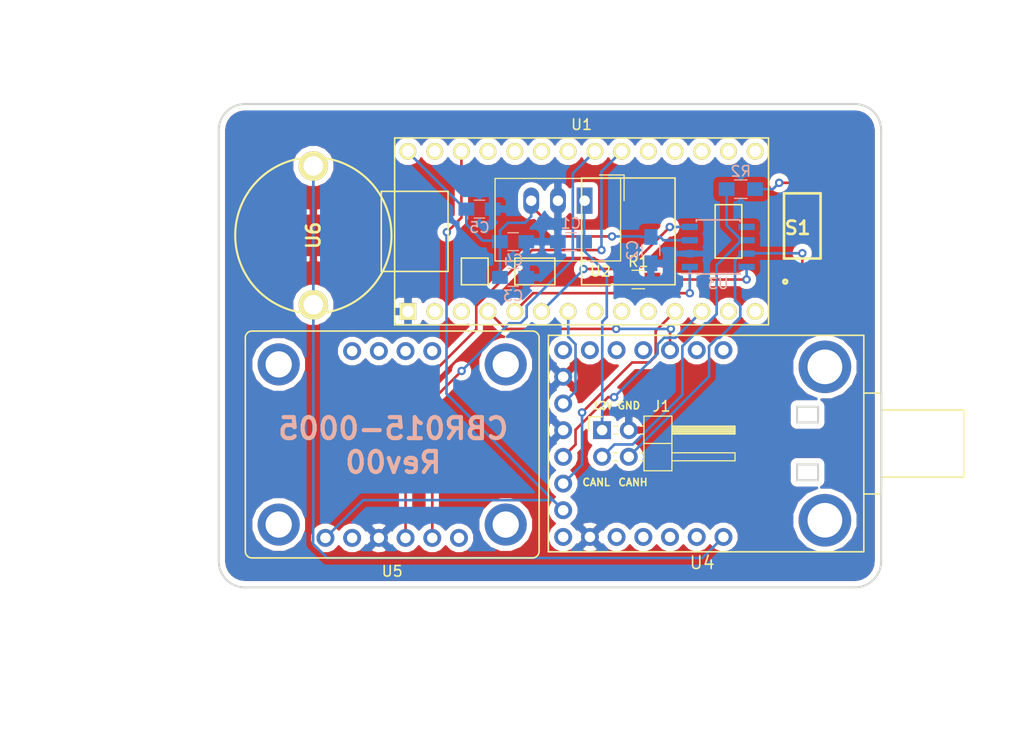
<source format=kicad_pcb>
(kicad_pcb (version 20171130) (host pcbnew "(5.0.0)")

  (general
    (thickness 1.6)
    (drawings 21)
    (tracks 148)
    (zones 0)
    (modules 15)
    (nets 53)
  )

  (page A4)
  (title_block
    (title "GPS CAN MODULE PCB")
    (date 01-06-2019)
    (rev 00)
    (comment 3 "T Naughton")
    (comment 4 CBR015-0005)
  )

  (layers
    (0 F.Cu signal)
    (31 B.Cu signal)
    (32 B.Adhes user)
    (33 F.Adhes user)
    (34 B.Paste user)
    (35 F.Paste user)
    (36 B.SilkS user)
    (37 F.SilkS user)
    (38 B.Mask user)
    (39 F.Mask user)
    (40 Dwgs.User user)
    (41 Cmts.User user)
    (42 Eco1.User user)
    (43 Eco2.User user)
    (44 Edge.Cuts user)
    (45 Margin user)
    (46 B.CrtYd user)
    (47 F.CrtYd user)
    (48 B.Fab user)
    (49 F.Fab user)
  )

  (setup
    (last_trace_width 0.25)
    (trace_clearance 0.2)
    (zone_clearance 0.508)
    (zone_45_only no)
    (trace_min 0.2)
    (segment_width 0.2)
    (edge_width 0.15)
    (via_size 0.8)
    (via_drill 0.4)
    (via_min_size 0.4)
    (via_min_drill 0.3)
    (uvia_size 0.3)
    (uvia_drill 0.1)
    (uvias_allowed no)
    (uvia_min_size 0.2)
    (uvia_min_drill 0.1)
    (pcb_text_width 0.3)
    (pcb_text_size 1.5 1.5)
    (mod_edge_width 0.15)
    (mod_text_size 1 1)
    (mod_text_width 0.15)
    (pad_size 1.524 1.524)
    (pad_drill 0.762)
    (pad_to_mask_clearance 0.2)
    (aux_axis_origin 0 0)
    (grid_origin 110 120)
    (visible_elements 7FFFFFFF)
    (pcbplotparams
      (layerselection 0x010f0_ffffffff)
      (usegerberextensions true)
      (usegerberattributes false)
      (usegerberadvancedattributes false)
      (creategerberjobfile false)
      (excludeedgelayer true)
      (linewidth 0.100000)
      (plotframeref false)
      (viasonmask false)
      (mode 1)
      (useauxorigin false)
      (hpglpennumber 1)
      (hpglpenspeed 20)
      (hpglpendiameter 15.000000)
      (psnegative false)
      (psa4output false)
      (plotreference true)
      (plotvalue true)
      (plotinvisibletext false)
      (padsonsilk false)
      (subtractmaskfromsilk false)
      (outputformat 1)
      (mirror false)
      (drillshape 0)
      (scaleselection 1)
      (outputdirectory "CBR015-0004_R00_MANUFACTURE_FILES/"))
  )

  (net 0 "")
  (net 1 VBAT)
  (net 2 GND)
  (net 3 +12V)
  (net 4 +5V)
  (net 5 CANL)
  (net 6 CANH)
  (net 7 "Net-(R1-Pad2)")
  (net 8 TERML)
  (net 9 +3V3)
  (net 10 SDA)
  (net 11 SCL)
  (net 12 "Net-(U1-Pad15)")
  (net 13 "Net-(U1-Pad14)")
  (net 14 "Net-(U1-Pad16)")
  (net 15 "Net-(U1-Pad17)")
  (net 16 "Net-(U1-Pad18)")
  (net 17 "Net-(U1-Pad19)")
  (net 18 "Net-(U1-Pad22)")
  (net 19 "Net-(U1-Pad23)")
  (net 20 "Net-(U1-Pad24)")
  (net 21 "Net-(U1-Pad25)")
  (net 22 "Net-(U1-Pad27)")
  (net 23 "Net-(U1-Pad13)")
  (net 24 GPS_RXD0)
  (net 25 GPS_TXD0)
  (net 26 "Net-(U1-Pad10)")
  (net 27 "Net-(U1-Pad9)")
  (net 28 "Net-(U1-Pad8)")
  (net 29 GPS_RST)
  (net 30 RX_CAN)
  (net 31 TX_CAN)
  (net 32 GPS_P1PPS)
  (net 33 "Net-(U1-Pad3)")
  (net 34 "Net-(U1-Pad2)")
  (net 35 "Net-(U4-Pad1)")
  (net 36 "Net-(U4-Pad3)")
  (net 37 "Net-(U4-Pad4)")
  (net 38 "Net-(U4-Pad5)")
  (net 39 "Net-(U4-Pad6)")
  (net 40 "Net-(U4-Pad8)")
  (net 41 "Net-(U4-Pad9)")
  (net 42 "Net-(U4-Pad10)")
  (net 43 "Net-(U4-Pad11)")
  (net 44 "Net-(U4-Pad13)")
  (net 45 "Net-(U4-Pad14)")
  (net 46 "Net-(U5-Pad2)")
  (net 47 "Net-(U5-Pad7)")
  (net 48 "Net-(U5-Pad8)")
  (net 49 "Net-(U5-Pad9)")
  (net 50 "Net-(U5-Pad10)")
  (net 51 "Net-(U5-Pad6)")
  (net 52 "Net-(U3-Pad5)")

  (net_class Default "This is the default net class."
    (clearance 0.2)
    (trace_width 0.25)
    (via_dia 0.8)
    (via_drill 0.4)
    (uvia_dia 0.3)
    (uvia_drill 0.1)
    (add_net +12V)
    (add_net +3V3)
    (add_net +5V)
    (add_net CANH)
    (add_net CANL)
    (add_net GND)
    (add_net GPS_P1PPS)
    (add_net GPS_RST)
    (add_net GPS_RXD0)
    (add_net GPS_TXD0)
    (add_net "Net-(R1-Pad2)")
    (add_net "Net-(U1-Pad10)")
    (add_net "Net-(U1-Pad13)")
    (add_net "Net-(U1-Pad14)")
    (add_net "Net-(U1-Pad15)")
    (add_net "Net-(U1-Pad16)")
    (add_net "Net-(U1-Pad17)")
    (add_net "Net-(U1-Pad18)")
    (add_net "Net-(U1-Pad19)")
    (add_net "Net-(U1-Pad2)")
    (add_net "Net-(U1-Pad22)")
    (add_net "Net-(U1-Pad23)")
    (add_net "Net-(U1-Pad24)")
    (add_net "Net-(U1-Pad25)")
    (add_net "Net-(U1-Pad27)")
    (add_net "Net-(U1-Pad3)")
    (add_net "Net-(U1-Pad8)")
    (add_net "Net-(U1-Pad9)")
    (add_net "Net-(U3-Pad5)")
    (add_net "Net-(U4-Pad1)")
    (add_net "Net-(U4-Pad10)")
    (add_net "Net-(U4-Pad11)")
    (add_net "Net-(U4-Pad13)")
    (add_net "Net-(U4-Pad14)")
    (add_net "Net-(U4-Pad3)")
    (add_net "Net-(U4-Pad4)")
    (add_net "Net-(U4-Pad5)")
    (add_net "Net-(U4-Pad6)")
    (add_net "Net-(U4-Pad8)")
    (add_net "Net-(U4-Pad9)")
    (add_net "Net-(U5-Pad10)")
    (add_net "Net-(U5-Pad2)")
    (add_net "Net-(U5-Pad6)")
    (add_net "Net-(U5-Pad7)")
    (add_net "Net-(U5-Pad8)")
    (add_net "Net-(U5-Pad9)")
    (add_net RX_CAN)
    (add_net SCL)
    (add_net SDA)
    (add_net TERML)
    (add_net TX_CAN)
    (add_net VBAT)
  )

  (module SamacSys_Parts:3001 (layer F.Cu) (tedit 5B4E5F05) (tstamp 5CF3B51C)
    (at 119 86.5 90)
    (descr 3001)
    (tags "Undefined or Miscellaneous")
    (path /5CF51CA4)
    (fp_text reference U6 (at 0 0 90) (layer F.SilkS)
      (effects (font (size 1.27 1.27) (thickness 0.254)))
    )
    (fp_text value 3001 (at 0 0 90) (layer F.SilkS) hide
      (effects (font (size 1.27 1.27) (thickness 0.254)))
    )
    (fp_arc (start 0 0) (end 7.43 0) (angle -180) (layer F.SilkS) (width 0.2))
    (fp_arc (start 0 0) (end -7.43 0) (angle -180) (layer F.SilkS) (width 0.2))
    (fp_arc (start 0 0) (end -7.43 0) (angle 180) (layer Dwgs.User) (width 0.2))
    (fp_arc (start 0 0) (end -7.43 0) (angle -180) (layer Dwgs.User) (width 0.2))
    (pad 1 thru_hole circle (at -6.605 0 180) (size 2.8 2.8) (drill 1.85) (layers *.Cu *.Mask F.SilkS)
      (net 1 VBAT))
    (pad 2 thru_hole circle (at 6.605 0 180) (size 2.8 2.8) (drill 1.85) (layers *.Cu *.Mask F.SilkS)
      (net 1 VBAT))
    (pad 3 smd rect (at 0 0 180) (size 3.96 3.96) (layers F.Cu F.Paste F.Mask)
      (net 2 GND))
  )

  (module Capacitors_SMD:C_0805_HandSoldering (layer B.Cu) (tedit 58AA84A8) (tstamp 5CF3A411)
    (at 143.5 87.1 180)
    (descr "Capacitor SMD 0805, hand soldering")
    (tags "capacitor 0805")
    (path /5C1C3FCB)
    (attr smd)
    (fp_text reference C1 (at 0 1.75 180) (layer B.SilkS)
      (effects (font (size 1 1) (thickness 0.15)) (justify mirror))
    )
    (fp_text value 22µF (at 0 -1.75 180) (layer B.Fab)
      (effects (font (size 1 1) (thickness 0.15)) (justify mirror))
    )
    (fp_text user %R (at 0 1.75 180) (layer B.Fab)
      (effects (font (size 1 1) (thickness 0.15)) (justify mirror))
    )
    (fp_line (start -1 -0.62) (end -1 0.62) (layer B.Fab) (width 0.1))
    (fp_line (start 1 -0.62) (end -1 -0.62) (layer B.Fab) (width 0.1))
    (fp_line (start 1 0.62) (end 1 -0.62) (layer B.Fab) (width 0.1))
    (fp_line (start -1 0.62) (end 1 0.62) (layer B.Fab) (width 0.1))
    (fp_line (start 0.5 0.85) (end -0.5 0.85) (layer B.SilkS) (width 0.12))
    (fp_line (start -0.5 -0.85) (end 0.5 -0.85) (layer B.SilkS) (width 0.12))
    (fp_line (start -2.25 0.88) (end 2.25 0.88) (layer B.CrtYd) (width 0.05))
    (fp_line (start -2.25 0.88) (end -2.25 -0.87) (layer B.CrtYd) (width 0.05))
    (fp_line (start 2.25 -0.87) (end 2.25 0.88) (layer B.CrtYd) (width 0.05))
    (fp_line (start 2.25 -0.87) (end -2.25 -0.87) (layer B.CrtYd) (width 0.05))
    (pad 1 smd rect (at -1.25 0 180) (size 1.5 1.25) (layers B.Cu B.Paste B.Mask)
      (net 3 +12V))
    (pad 2 smd rect (at 1.25 0 180) (size 1.5 1.25) (layers B.Cu B.Paste B.Mask)
      (net 2 GND))
    (model Capacitors_SMD.3dshapes/C_0805.wrl
      (at (xyz 0 0 0))
      (scale (xyz 1 1 1))
      (rotate (xyz 0 0 0))
    )
  )

  (module Capacitors_SMD:C_0805_HandSoldering (layer B.Cu) (tedit 58AA84A8) (tstamp 5CF283ED)
    (at 151.1 87.9 270)
    (descr "Capacitor SMD 0805, hand soldering")
    (tags "capacitor 0805")
    (path /5C1BD115)
    (attr smd)
    (fp_text reference C2 (at 0 1.75 270) (layer B.SilkS)
      (effects (font (size 1 1) (thickness 0.15)) (justify mirror))
    )
    (fp_text value 100nF (at 0 -1.75 270) (layer B.Fab)
      (effects (font (size 1 1) (thickness 0.15)) (justify mirror))
    )
    (fp_line (start 2.25 -0.87) (end -2.25 -0.87) (layer B.CrtYd) (width 0.05))
    (fp_line (start 2.25 -0.87) (end 2.25 0.88) (layer B.CrtYd) (width 0.05))
    (fp_line (start -2.25 0.88) (end -2.25 -0.87) (layer B.CrtYd) (width 0.05))
    (fp_line (start -2.25 0.88) (end 2.25 0.88) (layer B.CrtYd) (width 0.05))
    (fp_line (start -0.5 -0.85) (end 0.5 -0.85) (layer B.SilkS) (width 0.12))
    (fp_line (start 0.5 0.85) (end -0.5 0.85) (layer B.SilkS) (width 0.12))
    (fp_line (start -1 0.62) (end 1 0.62) (layer B.Fab) (width 0.1))
    (fp_line (start 1 0.62) (end 1 -0.62) (layer B.Fab) (width 0.1))
    (fp_line (start 1 -0.62) (end -1 -0.62) (layer B.Fab) (width 0.1))
    (fp_line (start -1 -0.62) (end -1 0.62) (layer B.Fab) (width 0.1))
    (fp_text user %R (at 0 1.75 270) (layer B.Fab)
      (effects (font (size 1 1) (thickness 0.15)) (justify mirror))
    )
    (pad 2 smd rect (at 1.25 0 270) (size 1.5 1.25) (layers B.Cu B.Paste B.Mask)
      (net 2 GND))
    (pad 1 smd rect (at -1.25 0 270) (size 1.5 1.25) (layers B.Cu B.Paste B.Mask)
      (net 4 +5V))
    (model Capacitors_SMD.3dshapes/C_0805.wrl
      (at (xyz 0 0 0))
      (scale (xyz 1 1 1))
      (rotate (xyz 0 0 0))
    )
  )

  (module Pin_Headers:Pin_Header_Angled_2x02_Pitch2.54mm (layer F.Cu) (tedit 59650532) (tstamp 5CF28426)
    (at 146.46 105.03)
    (descr "Through hole angled pin header, 2x02, 2.54mm pitch, 6mm pin length, double rows")
    (tags "Through hole angled pin header THT 2x02 2.54mm double row")
    (path /5C21DBED)
    (fp_text reference J1 (at 5.655 -2.27) (layer F.SilkS)
      (effects (font (size 1 1) (thickness 0.15)))
    )
    (fp_text value Conn_01x04_Male (at 5.655 4.81) (layer F.Fab)
      (effects (font (size 1 1) (thickness 0.15)))
    )
    (fp_text user %R (at 5.31 1.27 90) (layer F.Fab)
      (effects (font (size 1 1) (thickness 0.15)))
    )
    (fp_line (start 13.1 -1.8) (end -1.8 -1.8) (layer F.CrtYd) (width 0.05))
    (fp_line (start 13.1 4.35) (end 13.1 -1.8) (layer F.CrtYd) (width 0.05))
    (fp_line (start -1.8 4.35) (end 13.1 4.35) (layer F.CrtYd) (width 0.05))
    (fp_line (start -1.8 -1.8) (end -1.8 4.35) (layer F.CrtYd) (width 0.05))
    (fp_line (start -1.27 -1.27) (end 0 -1.27) (layer F.SilkS) (width 0.12))
    (fp_line (start -1.27 0) (end -1.27 -1.27) (layer F.SilkS) (width 0.12))
    (fp_line (start 1.042929 2.92) (end 1.497071 2.92) (layer F.SilkS) (width 0.12))
    (fp_line (start 1.042929 2.16) (end 1.497071 2.16) (layer F.SilkS) (width 0.12))
    (fp_line (start 3.582929 2.92) (end 3.98 2.92) (layer F.SilkS) (width 0.12))
    (fp_line (start 3.582929 2.16) (end 3.98 2.16) (layer F.SilkS) (width 0.12))
    (fp_line (start 12.64 2.92) (end 6.64 2.92) (layer F.SilkS) (width 0.12))
    (fp_line (start 12.64 2.16) (end 12.64 2.92) (layer F.SilkS) (width 0.12))
    (fp_line (start 6.64 2.16) (end 12.64 2.16) (layer F.SilkS) (width 0.12))
    (fp_line (start 3.98 1.27) (end 6.64 1.27) (layer F.SilkS) (width 0.12))
    (fp_line (start 1.11 0.38) (end 1.497071 0.38) (layer F.SilkS) (width 0.12))
    (fp_line (start 1.11 -0.38) (end 1.497071 -0.38) (layer F.SilkS) (width 0.12))
    (fp_line (start 3.582929 0.38) (end 3.98 0.38) (layer F.SilkS) (width 0.12))
    (fp_line (start 3.582929 -0.38) (end 3.98 -0.38) (layer F.SilkS) (width 0.12))
    (fp_line (start 6.64 0.28) (end 12.64 0.28) (layer F.SilkS) (width 0.12))
    (fp_line (start 6.64 0.16) (end 12.64 0.16) (layer F.SilkS) (width 0.12))
    (fp_line (start 6.64 0.04) (end 12.64 0.04) (layer F.SilkS) (width 0.12))
    (fp_line (start 6.64 -0.08) (end 12.64 -0.08) (layer F.SilkS) (width 0.12))
    (fp_line (start 6.64 -0.2) (end 12.64 -0.2) (layer F.SilkS) (width 0.12))
    (fp_line (start 6.64 -0.32) (end 12.64 -0.32) (layer F.SilkS) (width 0.12))
    (fp_line (start 12.64 0.38) (end 6.64 0.38) (layer F.SilkS) (width 0.12))
    (fp_line (start 12.64 -0.38) (end 12.64 0.38) (layer F.SilkS) (width 0.12))
    (fp_line (start 6.64 -0.38) (end 12.64 -0.38) (layer F.SilkS) (width 0.12))
    (fp_line (start 6.64 -1.33) (end 3.98 -1.33) (layer F.SilkS) (width 0.12))
    (fp_line (start 6.64 3.87) (end 6.64 -1.33) (layer F.SilkS) (width 0.12))
    (fp_line (start 3.98 3.87) (end 6.64 3.87) (layer F.SilkS) (width 0.12))
    (fp_line (start 3.98 -1.33) (end 3.98 3.87) (layer F.SilkS) (width 0.12))
    (fp_line (start 6.58 2.86) (end 12.58 2.86) (layer F.Fab) (width 0.1))
    (fp_line (start 12.58 2.22) (end 12.58 2.86) (layer F.Fab) (width 0.1))
    (fp_line (start 6.58 2.22) (end 12.58 2.22) (layer F.Fab) (width 0.1))
    (fp_line (start -0.32 2.86) (end 4.04 2.86) (layer F.Fab) (width 0.1))
    (fp_line (start -0.32 2.22) (end -0.32 2.86) (layer F.Fab) (width 0.1))
    (fp_line (start -0.32 2.22) (end 4.04 2.22) (layer F.Fab) (width 0.1))
    (fp_line (start 6.58 0.32) (end 12.58 0.32) (layer F.Fab) (width 0.1))
    (fp_line (start 12.58 -0.32) (end 12.58 0.32) (layer F.Fab) (width 0.1))
    (fp_line (start 6.58 -0.32) (end 12.58 -0.32) (layer F.Fab) (width 0.1))
    (fp_line (start -0.32 0.32) (end 4.04 0.32) (layer F.Fab) (width 0.1))
    (fp_line (start -0.32 -0.32) (end -0.32 0.32) (layer F.Fab) (width 0.1))
    (fp_line (start -0.32 -0.32) (end 4.04 -0.32) (layer F.Fab) (width 0.1))
    (fp_line (start 4.04 -0.635) (end 4.675 -1.27) (layer F.Fab) (width 0.1))
    (fp_line (start 4.04 3.81) (end 4.04 -0.635) (layer F.Fab) (width 0.1))
    (fp_line (start 6.58 3.81) (end 4.04 3.81) (layer F.Fab) (width 0.1))
    (fp_line (start 6.58 -1.27) (end 6.58 3.81) (layer F.Fab) (width 0.1))
    (fp_line (start 4.675 -1.27) (end 6.58 -1.27) (layer F.Fab) (width 0.1))
    (pad 4 thru_hole oval (at 2.54 2.54) (size 1.7 1.7) (drill 1) (layers *.Cu *.Mask)
      (net 6 CANH))
    (pad 3 thru_hole oval (at 0 2.54) (size 1.7 1.7) (drill 1) (layers *.Cu *.Mask)
      (net 5 CANL))
    (pad 2 thru_hole oval (at 2.54 0) (size 1.7 1.7) (drill 1) (layers *.Cu *.Mask)
      (net 2 GND))
    (pad 1 thru_hole rect (at 0 0) (size 1.7 1.7) (drill 1) (layers *.Cu *.Mask)
      (net 3 +12V))
    (model ${KISYS3DMOD}/Pin_Headers.3dshapes/Pin_Header_Angled_2x02_Pitch2.54mm.wrl
      (at (xyz 0 0 0))
      (scale (xyz 1 1 1))
      (rotate (xyz 0 0 0))
    )
  )

  (module Resistors_SMD:R_0805_HandSoldering (layer F.Cu) (tedit 58E0A804) (tstamp 5CF5A5B8)
    (at 149.9 90.7)
    (descr "Resistor SMD 0805, hand soldering")
    (tags "resistor 0805")
    (path /5C1BCE3B)
    (attr smd)
    (fp_text reference R1 (at 0 -1.7) (layer F.SilkS)
      (effects (font (size 1 1) (thickness 0.15)))
    )
    (fp_text value 18K (at 0 1.75) (layer F.Fab)
      (effects (font (size 1 1) (thickness 0.15)))
    )
    (fp_text user %R (at 0 0) (layer F.Fab)
      (effects (font (size 0.5 0.5) (thickness 0.075)))
    )
    (fp_line (start -1 0.62) (end -1 -0.62) (layer F.Fab) (width 0.1))
    (fp_line (start 1 0.62) (end -1 0.62) (layer F.Fab) (width 0.1))
    (fp_line (start 1 -0.62) (end 1 0.62) (layer F.Fab) (width 0.1))
    (fp_line (start -1 -0.62) (end 1 -0.62) (layer F.Fab) (width 0.1))
    (fp_line (start 0.6 0.88) (end -0.6 0.88) (layer F.SilkS) (width 0.12))
    (fp_line (start -0.6 -0.88) (end 0.6 -0.88) (layer F.SilkS) (width 0.12))
    (fp_line (start -2.35 -0.9) (end 2.35 -0.9) (layer F.CrtYd) (width 0.05))
    (fp_line (start -2.35 -0.9) (end -2.35 0.9) (layer F.CrtYd) (width 0.05))
    (fp_line (start 2.35 0.9) (end 2.35 -0.9) (layer F.CrtYd) (width 0.05))
    (fp_line (start 2.35 0.9) (end -2.35 0.9) (layer F.CrtYd) (width 0.05))
    (pad 1 smd rect (at -1.35 0) (size 1.5 1.3) (layers F.Cu F.Paste F.Mask)
      (net 2 GND))
    (pad 2 smd rect (at 1.35 0) (size 1.5 1.3) (layers F.Cu F.Paste F.Mask)
      (net 7 "Net-(R1-Pad2)"))
    (model ${KISYS3DMOD}/Resistors_SMD.3dshapes/R_0805.wrl
      (at (xyz 0 0 0))
      (scale (xyz 1 1 1))
      (rotate (xyz 0 0 0))
    )
  )

  (module Resistors_SMD:R_0805_HandSoldering (layer B.Cu) (tedit 58E0A804) (tstamp 5CF3A244)
    (at 159.65 82.1 180)
    (descr "Resistor SMD 0805, hand soldering")
    (tags "resistor 0805")
    (path /5C1BCC2C)
    (attr smd)
    (fp_text reference R2 (at 0 1.7 180) (layer B.SilkS)
      (effects (font (size 1 1) (thickness 0.15)) (justify mirror))
    )
    (fp_text value 120 (at 0 -1.75 180) (layer B.Fab)
      (effects (font (size 1 1) (thickness 0.15)) (justify mirror))
    )
    (fp_line (start 2.35 -0.9) (end -2.35 -0.9) (layer B.CrtYd) (width 0.05))
    (fp_line (start 2.35 -0.9) (end 2.35 0.9) (layer B.CrtYd) (width 0.05))
    (fp_line (start -2.35 0.9) (end -2.35 -0.9) (layer B.CrtYd) (width 0.05))
    (fp_line (start -2.35 0.9) (end 2.35 0.9) (layer B.CrtYd) (width 0.05))
    (fp_line (start -0.6 0.88) (end 0.6 0.88) (layer B.SilkS) (width 0.12))
    (fp_line (start 0.6 -0.88) (end -0.6 -0.88) (layer B.SilkS) (width 0.12))
    (fp_line (start -1 0.62) (end 1 0.62) (layer B.Fab) (width 0.1))
    (fp_line (start 1 0.62) (end 1 -0.62) (layer B.Fab) (width 0.1))
    (fp_line (start 1 -0.62) (end -1 -0.62) (layer B.Fab) (width 0.1))
    (fp_line (start -1 -0.62) (end -1 0.62) (layer B.Fab) (width 0.1))
    (fp_text user %R (at 0 0 180) (layer B.Fab)
      (effects (font (size 0.5 0.5) (thickness 0.075)) (justify mirror))
    )
    (pad 2 smd rect (at 1.35 0 180) (size 1.5 1.3) (layers B.Cu B.Paste B.Mask)
      (net 5 CANL))
    (pad 1 smd rect (at -1.35 0 180) (size 1.5 1.3) (layers B.Cu B.Paste B.Mask)
      (net 8 TERML))
    (model ${KISYS3DMOD}/Resistors_SMD.3dshapes/R_0805.wrl
      (at (xyz 0 0 0))
      (scale (xyz 1 1 1))
      (rotate (xyz 0 0 0))
    )
  )

  (module SamacSys_Parts:IKD0103101 (layer F.Cu) (tedit 5B4E5CFC) (tstamp 5CF28479)
    (at 165.5 85.6)
    (descr IKD0103101)
    (tags Switch)
    (path /5C217B1B)
    (attr smd)
    (fp_text reference S1 (at -0.44 0.188) (layer F.SilkS)
      (effects (font (size 1.27 1.27) (thickness 0.254)))
    )
    (fp_text value IKD0103101 (at -0.44 0.188) (layer F.SilkS) hide
      (effects (font (size 1.27 1.27) (thickness 0.254)))
    )
    (fp_line (start -1.74 -3.1) (end 1.74 -3.1) (layer Dwgs.User) (width 0.254))
    (fp_line (start 1.74 -3.1) (end 1.74 3.1) (layer Dwgs.User) (width 0.254))
    (fp_line (start 1.74 3.1) (end -1.74 3.1) (layer Dwgs.User) (width 0.254))
    (fp_line (start -1.74 3.1) (end -1.74 -3.1) (layer Dwgs.User) (width 0.254))
    (fp_line (start -1.74 3.1) (end -1.74 -3.1) (layer F.SilkS) (width 0.254))
    (fp_line (start -1.74 -3.1) (end 1.74 -3.1) (layer F.SilkS) (width 0.254))
    (fp_line (start 1.74 -3.1) (end 1.74 3.1) (layer F.SilkS) (width 0.254))
    (fp_line (start 1.74 3.1) (end -1.74 3.1) (layer F.SilkS) (width 0.254))
    (fp_circle (center -1.624 5.304) (end -1.802 5.304) (layer F.SilkS) (width 0.254))
    (pad 1 smd rect (at 0 4.45) (size 1.1 1.5) (layers F.Cu F.Paste F.Mask)
      (net 6 CANH))
    (pad 2 smd rect (at 0 -4.45) (size 1.1 1.5) (layers F.Cu F.Paste F.Mask)
      (net 8 TERML))
  )

  (module "User Libraries:TEENSY_3.2_BASIC" (layer F.Cu) (tedit 5A6369C7) (tstamp 5CF284B3)
    (at 144.51 86.12)
    (path /5C1E4BDE)
    (fp_text reference U1 (at 0 -10.16) (layer F.SilkS)
      (effects (font (size 1 1) (thickness 0.15)))
    )
    (fp_text value TEENSY_3.2_BASIC (at 0 10.16) (layer F.Fab)
      (effects (font (size 1 1) (thickness 0.15)))
    )
    (fp_line (start -17.78 3.81) (end -19.05 3.81) (layer F.SilkS) (width 0.15))
    (fp_line (start -19.05 3.81) (end -19.05 -3.81) (layer F.SilkS) (width 0.15))
    (fp_line (start -19.05 -3.81) (end -17.78 -3.81) (layer F.SilkS) (width 0.15))
    (fp_line (start -6.35 5.08) (end -2.54 5.08) (layer F.SilkS) (width 0.15))
    (fp_line (start -2.54 5.08) (end -2.54 2.54) (layer F.SilkS) (width 0.15))
    (fp_line (start -2.54 2.54) (end -6.35 2.54) (layer F.SilkS) (width 0.15))
    (fp_line (start -6.35 2.54) (end -6.35 5.08) (layer F.SilkS) (width 0.15))
    (fp_line (start -12.7 3.81) (end -12.7 -3.81) (layer F.SilkS) (width 0.15))
    (fp_line (start -12.7 -3.81) (end -17.78 -3.81) (layer F.SilkS) (width 0.15))
    (fp_line (start -12.7 3.81) (end -17.78 3.81) (layer F.SilkS) (width 0.15))
    (fp_line (start -11.43 5.08) (end -8.89 5.08) (layer F.SilkS) (width 0.15))
    (fp_line (start -8.89 5.08) (end -8.89 2.54) (layer F.SilkS) (width 0.15))
    (fp_line (start -8.89 2.54) (end -11.43 2.54) (layer F.SilkS) (width 0.15))
    (fp_line (start -11.43 2.54) (end -11.43 5.08) (layer F.SilkS) (width 0.15))
    (fp_line (start 15.24 -2.54) (end 15.24 2.54) (layer F.SilkS) (width 0.15))
    (fp_line (start 15.24 2.54) (end 12.7 2.54) (layer F.SilkS) (width 0.15))
    (fp_line (start 12.7 2.54) (end 12.7 -2.54) (layer F.SilkS) (width 0.15))
    (fp_line (start 12.7 -2.54) (end 15.24 -2.54) (layer F.SilkS) (width 0.15))
    (fp_line (start 8.89 5.08) (end 8.89 -5.08) (layer F.SilkS) (width 0.15))
    (fp_line (start 0 -5.08) (end 0 5.08) (layer F.SilkS) (width 0.15))
    (fp_line (start 8.89 -5.08) (end 0 -5.08) (layer F.SilkS) (width 0.15))
    (fp_line (start 8.89 5.08) (end 0 5.08) (layer F.SilkS) (width 0.15))
    (fp_line (start -17.78 -8.89) (end 17.78 -8.89) (layer F.SilkS) (width 0.15))
    (fp_line (start 17.78 -8.89) (end 17.78 8.89) (layer F.SilkS) (width 0.15))
    (fp_line (start 17.78 8.89) (end -17.78 8.89) (layer F.SilkS) (width 0.15))
    (fp_line (start -17.78 8.89) (end -17.78 -8.89) (layer F.SilkS) (width 0.15))
    (pad 15 thru_hole circle (at 16.51 -7.62) (size 1.6 1.6) (drill 1.1) (layers *.Cu *.Mask F.SilkS)
      (net 12 "Net-(U1-Pad15)"))
    (pad 14 thru_hole circle (at 16.51 7.62) (size 1.6 1.6) (drill 1.1) (layers *.Cu *.Mask F.SilkS)
      (net 13 "Net-(U1-Pad14)"))
    (pad 16 thru_hole circle (at 13.97 -7.62) (size 1.6 1.6) (drill 1.1) (layers *.Cu *.Mask F.SilkS)
      (net 14 "Net-(U1-Pad16)"))
    (pad 17 thru_hole circle (at 11.43 -7.62) (size 1.6 1.6) (drill 1.1) (layers *.Cu *.Mask F.SilkS)
      (net 15 "Net-(U1-Pad17)"))
    (pad 18 thru_hole circle (at 8.89 -7.62) (size 1.6 1.6) (drill 1.1) (layers *.Cu *.Mask F.SilkS)
      (net 16 "Net-(U1-Pad18)"))
    (pad 19 thru_hole circle (at 6.35 -7.62) (size 1.6 1.6) (drill 1.1) (layers *.Cu *.Mask F.SilkS)
      (net 17 "Net-(U1-Pad19)"))
    (pad 20 thru_hole circle (at 3.81 -7.62) (size 1.6 1.6) (drill 1.1) (layers *.Cu *.Mask F.SilkS)
      (net 10 SDA))
    (pad 21 thru_hole circle (at 1.27 -7.62) (size 1.6 1.6) (drill 1.1) (layers *.Cu *.Mask F.SilkS)
      (net 11 SCL))
    (pad 22 thru_hole circle (at -1.27 -7.62) (size 1.6 1.6) (drill 1.1) (layers *.Cu *.Mask F.SilkS)
      (net 18 "Net-(U1-Pad22)"))
    (pad 23 thru_hole circle (at -3.81 -7.62) (size 1.6 1.6) (drill 1.1) (layers *.Cu *.Mask F.SilkS)
      (net 19 "Net-(U1-Pad23)"))
    (pad 24 thru_hole circle (at -6.35 -7.62) (size 1.6 1.6) (drill 1.1) (layers *.Cu *.Mask F.SilkS)
      (net 20 "Net-(U1-Pad24)"))
    (pad 25 thru_hole circle (at -8.89 -7.62) (size 1.6 1.6) (drill 1.1) (layers *.Cu *.Mask F.SilkS)
      (net 21 "Net-(U1-Pad25)"))
    (pad 26 thru_hole circle (at -11.43 -7.62) (size 1.6 1.6) (drill 1.1) (layers *.Cu *.Mask F.SilkS)
      (net 9 +3V3))
    (pad 27 thru_hole circle (at -13.97 -7.62) (size 1.6 1.6) (drill 1.1) (layers *.Cu *.Mask F.SilkS)
      (net 22 "Net-(U1-Pad27)"))
    (pad 28 thru_hole circle (at -16.51 -7.62) (size 1.6 1.6) (drill 1.1) (layers *.Cu *.Mask F.SilkS)
      (net 4 +5V))
    (pad 13 thru_hole circle (at 13.97 7.62) (size 1.6 1.6) (drill 1.1) (layers *.Cu *.Mask F.SilkS)
      (net 23 "Net-(U1-Pad13)"))
    (pad 12 thru_hole circle (at 11.43 7.62) (size 1.6 1.6) (drill 1.1) (layers *.Cu *.Mask F.SilkS)
      (net 24 GPS_RXD0))
    (pad 11 thru_hole circle (at 8.89 7.62) (size 1.6 1.6) (drill 1.1) (layers *.Cu *.Mask F.SilkS)
      (net 25 GPS_TXD0))
    (pad 10 thru_hole circle (at 6.35 7.62) (size 1.6 1.6) (drill 1.1) (layers *.Cu *.Mask F.SilkS)
      (net 26 "Net-(U1-Pad10)"))
    (pad 9 thru_hole circle (at 3.81 7.62) (size 1.6 1.6) (drill 1.1) (layers *.Cu *.Mask F.SilkS)
      (net 27 "Net-(U1-Pad9)"))
    (pad 8 thru_hole circle (at 1.27 7.62) (size 1.6 1.6) (drill 1.1) (layers *.Cu *.Mask F.SilkS)
      (net 28 "Net-(U1-Pad8)"))
    (pad 7 thru_hole circle (at -1.27 7.62) (size 1.6 1.6) (drill 1.1) (layers *.Cu *.Mask F.SilkS)
      (net 29 GPS_RST))
    (pad 6 thru_hole circle (at -3.81 7.62) (size 1.6 1.6) (drill 1.1) (layers *.Cu *.Mask F.SilkS)
      (net 30 RX_CAN))
    (pad 5 thru_hole circle (at -6.35 7.62) (size 1.6 1.6) (drill 1.1) (layers *.Cu *.Mask F.SilkS)
      (net 31 TX_CAN))
    (pad 4 thru_hole circle (at -8.89 7.62) (size 1.6 1.6) (drill 1.1) (layers *.Cu *.Mask F.SilkS)
      (net 32 GPS_P1PPS))
    (pad 3 thru_hole circle (at -11.43 7.62) (size 1.6 1.6) (drill 1.1) (layers *.Cu *.Mask F.SilkS)
      (net 33 "Net-(U1-Pad3)"))
    (pad 2 thru_hole circle (at -13.97 7.62) (size 1.6 1.6) (drill 1.1) (layers *.Cu *.Mask F.SilkS)
      (net 34 "Net-(U1-Pad2)"))
    (pad 1 thru_hole rect (at -16.51 7.62) (size 1.6 1.6) (drill 1.1) (layers *.Cu *.Mask F.SilkS)
      (net 2 GND))
  )

  (module Converters_DCDC_ACDC:DCDC-Conv_TRACO_TSR-1 (layer F.Cu) (tedit 59FE1FB7) (tstamp 5CF5A6B4)
    (at 144.8 83.2 180)
    (descr "DCDC-Converter, TRACO, TSR 1-xxxx")
    (tags "DCDC-Converter TRACO TSR-1")
    (path /5C1C415A)
    (fp_text reference U2 (at -1.5 -6.71 180) (layer F.SilkS)
      (effects (font (size 1 1) (thickness 0.15)))
    )
    (fp_text value TSR_1-2450 (at 2.5 3.25 180) (layer F.Fab)
      (effects (font (size 1 1) (thickness 0.15)))
    )
    (fp_line (start -2.3 2) (end 8.4 2) (layer F.Fab) (width 0.1))
    (fp_line (start -3.42 2.12) (end -3.42 -5.73) (layer F.SilkS) (width 0.12))
    (fp_line (start -3.42 -5.73) (end 8.52 -5.73) (layer F.SilkS) (width 0.12))
    (fp_line (start 8.52 -5.73) (end 8.52 2.12) (layer F.SilkS) (width 0.12))
    (fp_line (start 8.52 2.12) (end -3.42 2.12) (layer F.SilkS) (width 0.12))
    (fp_line (start -3.55 -5.85) (end 8.65 -5.85) (layer F.CrtYd) (width 0.05))
    (fp_line (start 8.65 -5.85) (end 8.65 2.25) (layer F.CrtYd) (width 0.05))
    (fp_line (start 8.65 2.25) (end -3.55 2.25) (layer F.CrtYd) (width 0.05))
    (fp_line (start -3.55 2.25) (end -3.55 -5.85) (layer F.CrtYd) (width 0.05))
    (fp_line (start -3.3 -5.6) (end 8.4 -5.6) (layer F.Fab) (width 0.1))
    (fp_line (start 8.4 2) (end 8.4 -5.6) (layer F.Fab) (width 0.1))
    (fp_line (start -3.3 1) (end -3.3 -5.6) (layer F.Fab) (width 0.1))
    (fp_line (start -3.3 1) (end -2.3 2) (layer F.Fab) (width 0.1))
    (fp_line (start -3.75 0) (end -3.75 2.45) (layer F.SilkS) (width 0.12))
    (fp_line (start -3.75 2.45) (end -1.42 2.45) (layer F.SilkS) (width 0.12))
    (fp_text user %R (at 3 -3 180) (layer F.Fab)
      (effects (font (size 1 1) (thickness 0.15)))
    )
    (pad 3 thru_hole oval (at 5.08 0 180) (size 1.5 2.5) (drill 1) (layers *.Cu *.Mask)
      (net 4 +5V))
    (pad 2 thru_hole oval (at 2.54 0 180) (size 1.5 2.5) (drill 1) (layers *.Cu *.Mask)
      (net 2 GND))
    (pad 1 thru_hole rect (at 0 0 180) (size 1.5 2.5) (drill 1) (layers *.Cu *.Mask)
      (net 3 +12V))
    (model ${KISYS3DMOD}/Converters_DCDC_ACDC.3dshapes/DCDC-Conv_TRACO_TSR-1.wrl
      (at (xyz 0 0 0))
      (scale (xyz 1 1 1))
      (rotate (xyz 0 0 0))
    )
  )

  (module Housings_SOIC:SOIC-8_3.9x4.9mm_Pitch1.27mm (layer B.Cu) (tedit 58CD0CDA) (tstamp 5CF284E7)
    (at 157.5 87.6)
    (descr "8-Lead Plastic Small Outline (SN) - Narrow, 3.90 mm Body [SOIC] (see Microchip Packaging Specification 00000049BS.pdf)")
    (tags "SOIC 1.27")
    (path /5C1BC95A)
    (attr smd)
    (fp_text reference U3 (at 0 3.5) (layer B.SilkS)
      (effects (font (size 1 1) (thickness 0.15)) (justify mirror))
    )
    (fp_text value MCP2551-I-SN (at 0 -3.5) (layer B.Fab)
      (effects (font (size 1 1) (thickness 0.15)) (justify mirror))
    )
    (fp_line (start -2.075 2.525) (end -3.475 2.525) (layer B.SilkS) (width 0.15))
    (fp_line (start -2.075 -2.575) (end 2.075 -2.575) (layer B.SilkS) (width 0.15))
    (fp_line (start -2.075 2.575) (end 2.075 2.575) (layer B.SilkS) (width 0.15))
    (fp_line (start -2.075 -2.575) (end -2.075 -2.43) (layer B.SilkS) (width 0.15))
    (fp_line (start 2.075 -2.575) (end 2.075 -2.43) (layer B.SilkS) (width 0.15))
    (fp_line (start 2.075 2.575) (end 2.075 2.43) (layer B.SilkS) (width 0.15))
    (fp_line (start -2.075 2.575) (end -2.075 2.525) (layer B.SilkS) (width 0.15))
    (fp_line (start -3.73 -2.7) (end 3.73 -2.7) (layer B.CrtYd) (width 0.05))
    (fp_line (start -3.73 2.7) (end 3.73 2.7) (layer B.CrtYd) (width 0.05))
    (fp_line (start 3.73 2.7) (end 3.73 -2.7) (layer B.CrtYd) (width 0.05))
    (fp_line (start -3.73 2.7) (end -3.73 -2.7) (layer B.CrtYd) (width 0.05))
    (fp_line (start -1.95 1.45) (end -0.95 2.45) (layer B.Fab) (width 0.1))
    (fp_line (start -1.95 -2.45) (end -1.95 1.45) (layer B.Fab) (width 0.1))
    (fp_line (start 1.95 -2.45) (end -1.95 -2.45) (layer B.Fab) (width 0.1))
    (fp_line (start 1.95 2.45) (end 1.95 -2.45) (layer B.Fab) (width 0.1))
    (fp_line (start -0.95 2.45) (end 1.95 2.45) (layer B.Fab) (width 0.1))
    (fp_text user %R (at 0 0) (layer B.Fab)
      (effects (font (size 1 1) (thickness 0.15)) (justify mirror))
    )
    (pad 8 smd rect (at 2.7 1.905) (size 1.55 0.6) (layers B.Cu B.Paste B.Mask)
      (net 7 "Net-(R1-Pad2)"))
    (pad 7 smd rect (at 2.7 0.635) (size 1.55 0.6) (layers B.Cu B.Paste B.Mask)
      (net 6 CANH))
    (pad 6 smd rect (at 2.7 -0.635) (size 1.55 0.6) (layers B.Cu B.Paste B.Mask)
      (net 5 CANL))
    (pad 5 smd rect (at 2.7 -1.905) (size 1.55 0.6) (layers B.Cu B.Paste B.Mask)
      (net 52 "Net-(U3-Pad5)"))
    (pad 4 smd rect (at -2.7 -1.905) (size 1.55 0.6) (layers B.Cu B.Paste B.Mask)
      (net 30 RX_CAN))
    (pad 3 smd rect (at -2.7 -0.635) (size 1.55 0.6) (layers B.Cu B.Paste B.Mask)
      (net 4 +5V))
    (pad 2 smd rect (at -2.7 0.635) (size 1.55 0.6) (layers B.Cu B.Paste B.Mask)
      (net 2 GND))
    (pad 1 smd rect (at -2.7 1.905) (size 1.55 0.6) (layers B.Cu B.Paste B.Mask)
      (net 31 TX_CAN))
    (model ${KISYS3DMOD}/Housings_SOIC.3dshapes/SOIC-8_3.9x4.9mm_Pitch1.27mm.wrl
      (at (xyz 0 0 0))
      (scale (xyz 1 1 1))
      (rotate (xyz 0 0 0))
    )
  )

  (module "User Libraries:VENUS838FLPx_BREAKOUT" (layer F.Cu) (tedit 5CF27C4C) (tstamp 5CF2850B)
    (at 156.35 106.31 90)
    (path /5C1F997B)
    (fp_text reference U4 (at -11.34 -0.37 180) (layer F.SilkS)
      (effects (font (size 1.2 1.2) (thickness 0.15)))
    )
    (fp_text value VENUS838FLPx_BREAKOUT (at 11.21 0.35 180) (layer F.Fab)
      (effects (font (size 1.2 1.2) (thickness 0.15)))
    )
    (fp_line (start 3.2 24.5) (end 3.2 16.7) (layer F.SilkS) (width 0.15))
    (fp_line (start -3.2 24.5) (end 3.2 24.5) (layer F.SilkS) (width 0.15))
    (fp_line (start -3.2 16.7) (end -3.2 24.5) (layer F.SilkS) (width 0.15))
    (fp_line (start 4.8 16.7) (end 4.8 15) (layer F.SilkS) (width 0.15))
    (fp_line (start -4.8 16.7) (end 4.8 16.7) (layer F.SilkS) (width 0.15))
    (fp_line (start -4.8 15) (end -4.8 16.7) (layer F.SilkS) (width 0.15))
    (fp_line (start -10.3 -15) (end 10.3 -15) (layer F.SilkS) (width 0.15))
    (fp_line (start 10.3 -15) (end 10.3 15) (layer F.SilkS) (width 0.15))
    (fp_line (start 10.3 15) (end -10.3 15) (layer F.SilkS) (width 0.15))
    (fp_line (start -10.3 15) (end -10.3 -15) (layer F.SilkS) (width 0.15))
    (pad 15 thru_hole circle (at -6.35 -13.59 180) (size 1.7 1.7) (drill 1) (layers *.Cu *.Mask)
      (net 9 +3V3))
    (pad 16 thru_hole circle (at -3.81 -13.59 180) (size 1.7 1.7) (drill 1) (layers *.Cu *.Mask)
      (net 25 GPS_TXD0))
    (pad 17 thru_hole circle (at -1.27 -13.59 90) (size 1.7 1.7) (drill 1) (layers *.Cu *.Mask)
      (net 24 GPS_RXD0))
    (pad 18 thru_hole circle (at 1.27 -13.59 90) (size 1.7 1.7) (drill 1) (layers *.Cu *.Mask)
      (net 2 GND))
    (pad 19 thru_hole circle (at 3.81 -13.59 90) (size 1.7 1.7) (drill 1) (layers *.Cu *.Mask)
      (net 29 GPS_RST))
    (pad 20 thru_hole circle (at 6.35 -13.59 90) (size 1.7 1.7) (drill 1) (layers *.Cu *.Mask)
      (net 2 GND))
    (pad 1 thru_hole circle (at -8.89 -13.59 90) (size 1.7 1.7) (drill 1) (layers *.Cu *.Mask)
      (net 35 "Net-(U4-Pad1)"))
    (pad 2 thru_hole circle (at -8.89 -11.05 90) (size 1.7 1.7) (drill 1) (layers *.Cu *.Mask)
      (net 2 GND))
    (pad 3 thru_hole circle (at -8.89 -8.51 90) (size 1.7 1.7) (drill 1) (layers *.Cu *.Mask)
      (net 36 "Net-(U4-Pad3)"))
    (pad 4 thru_hole circle (at -8.89 -5.97 90) (size 1.7 1.7) (drill 1) (layers *.Cu *.Mask)
      (net 37 "Net-(U4-Pad4)"))
    (pad 5 thru_hole circle (at -8.89 -3.43 90) (size 1.7 1.7) (drill 1) (layers *.Cu *.Mask)
      (net 38 "Net-(U4-Pad5)"))
    (pad 6 thru_hole circle (at -8.89 -0.89 90) (size 1.7 1.7) (drill 1) (layers *.Cu *.Mask)
      (net 39 "Net-(U4-Pad6)"))
    (pad 7 thru_hole circle (at -8.89 1.65 90) (size 1.7 1.7) (drill 1) (layers *.Cu *.Mask)
      (net 1 VBAT))
    (pad 8 thru_hole circle (at 8.89 -13.59 90) (size 1.7 1.7) (drill 1) (layers *.Cu *.Mask)
      (net 40 "Net-(U4-Pad8)"))
    (pad 9 thru_hole circle (at 8.89 -11.05 90) (size 1.7 1.7) (drill 1) (layers *.Cu *.Mask)
      (net 41 "Net-(U4-Pad9)"))
    (pad 10 thru_hole circle (at 8.89 -8.51 90) (size 1.7 1.7) (drill 1) (layers *.Cu *.Mask)
      (net 42 "Net-(U4-Pad10)"))
    (pad 11 thru_hole circle (at 8.89 -5.97 90) (size 1.7 1.7) (drill 1) (layers *.Cu *.Mask)
      (net 43 "Net-(U4-Pad11)"))
    (pad 12 thru_hole circle (at 8.89 -3.43 90) (size 1.7 1.7) (drill 1) (layers *.Cu *.Mask)
      (net 32 GPS_P1PPS))
    (pad 13 thru_hole circle (at 8.89 -0.89 90) (size 1.7 1.7) (drill 1) (layers *.Cu *.Mask)
      (net 44 "Net-(U4-Pad13)"))
    (pad 14 thru_hole circle (at 8.89 1.65 90) (size 1.7 1.7) (drill 1) (layers *.Cu *.Mask)
      (net 45 "Net-(U4-Pad14)"))
    (pad "" thru_hole circle (at -7.3 11.3 90) (size 5 5) (drill 3.3) (layers *.Cu *.Mask))
    (pad "" thru_hole circle (at 7.3 11.3 90) (size 5 5) (drill 3.3) (layers *.Cu *.Mask))
  )

  (module "User Libraries:ADAFRUIT_BNO055_BREAKOUT" (layer F.Cu) (tedit 5CF27C9D) (tstamp 5CF28529)
    (at 126.5 106.4)
    (path /5CF1E3C8)
    (fp_text reference U5 (at 0 12.065 180) (layer F.SilkS)
      (effects (font (size 1 1) (thickness 0.15)))
    )
    (fp_text value ADAFRUIT_BNO055 (at 0 -11.43) (layer F.Fab)
      (effects (font (size 1 1) (thickness 0.15)))
    )
    (fp_line (start -13.335 10.795) (end 13.335 10.795) (layer F.SilkS) (width 0.15))
    (fp_line (start 13.97 10.16) (end 13.97 -10.16) (layer F.SilkS) (width 0.15))
    (fp_line (start 13.335 -10.795) (end -13.335 -10.795) (layer F.SilkS) (width 0.15))
    (fp_line (start -7.8 -10.35) (end 7.8 -10.35) (layer F.CrtYd) (width 0.05))
    (fp_line (start 7.8 -10.35) (end 7.8 10.35) (layer F.CrtYd) (width 0.05))
    (fp_line (start 7.8 10.35) (end -7.8 10.35) (layer F.CrtYd) (width 0.05))
    (fp_line (start -7.8 10.35) (end -7.8 -10.35) (layer F.CrtYd) (width 0.05))
    (fp_line (start -13.97 10.16) (end -13.97 -10.16) (layer F.SilkS) (width 0.15))
    (fp_arc (start 13.335 10.16) (end 13.335 10.795) (angle -90) (layer F.SilkS) (width 0.15))
    (fp_arc (start -13.335 10.16) (end -13.97 10.16) (angle -90) (layer F.SilkS) (width 0.15))
    (fp_arc (start -13.335 -10.16) (end -13.335 -10.795) (angle -90) (layer F.SilkS) (width 0.15))
    (fp_arc (start 13.335 -10.16) (end 13.97 -10.16) (angle -90) (layer F.SilkS) (width 0.15))
    (pad 1 thru_hole circle (at -6.35 8.89) (size 1.7 1.7) (drill 1) (layers *.Cu *.Mask)
      (net 9 +3V3))
    (pad 2 thru_hole circle (at -3.81 8.89) (size 1.7 1.7) (drill 1) (layers *.Cu *.Mask)
      (net 46 "Net-(U5-Pad2)"))
    (pad 7 thru_hole circle (at -3.81 -8.89) (size 1.7 1.7) (drill 1) (layers *.Cu *.Mask)
      (net 47 "Net-(U5-Pad7)"))
    (pad 3 thru_hole circle (at -1.27 8.89) (size 1.7 1.7) (drill 1) (layers *.Cu *.Mask)
      (net 2 GND))
    (pad 8 thru_hole circle (at -1.27 -8.89) (size 1.7 1.7) (drill 1) (layers *.Cu *.Mask)
      (net 48 "Net-(U5-Pad8)"))
    (pad 4 thru_hole circle (at 1.27 8.89) (size 1.7 1.7) (drill 1) (layers *.Cu *.Mask)
      (net 10 SDA))
    (pad 9 thru_hole circle (at 1.27 -8.89) (size 1.7 1.7) (drill 1) (layers *.Cu *.Mask)
      (net 49 "Net-(U5-Pad9)"))
    (pad 5 thru_hole circle (at 3.81 8.89) (size 1.7 1.7) (drill 1) (layers *.Cu *.Mask)
      (net 11 SCL))
    (pad 10 thru_hole circle (at 3.81 -8.89 90) (size 1.7 1.7) (drill 1) (layers *.Cu *.Mask)
      (net 50 "Net-(U5-Pad10)"))
    (pad 6 thru_hole circle (at 6.35 8.89) (size 1.7 1.7) (drill 1) (layers *.Cu *.Mask)
      (net 51 "Net-(U5-Pad6)"))
    (pad "" thru_hole circle (at 10.795 -7.62) (size 4 4) (drill 2.5) (layers *.Cu *.Mask))
    (pad "" thru_hole circle (at 10.795 7.62) (size 4 4) (drill 2.5) (layers *.Cu *.Mask))
    (pad "" thru_hole circle (at -10.795 7.62) (size 4 4) (drill 2.5) (layers *.Cu *.Mask))
    (pad "" thru_hole circle (at -10.795 -7.62) (size 4 4) (drill 2.5) (layers *.Cu *.Mask))
  )

  (module Capacitors_SMD:C_0805_HandSoldering (layer B.Cu) (tedit 58AA84A8) (tstamp 5CF6CF6D)
    (at 138 90.5)
    (descr "Capacitor SMD 0805, hand soldering")
    (tags "capacitor 0805")
    (path /5CF6EF9E)
    (attr smd)
    (fp_text reference C3 (at 0 1.75) (layer B.SilkS)
      (effects (font (size 1 1) (thickness 0.15)) (justify mirror))
    )
    (fp_text value 10nF (at 0 -1.75) (layer B.Fab)
      (effects (font (size 1 1) (thickness 0.15)) (justify mirror))
    )
    (fp_line (start 2.25 -0.87) (end -2.25 -0.87) (layer B.CrtYd) (width 0.05))
    (fp_line (start 2.25 -0.87) (end 2.25 0.88) (layer B.CrtYd) (width 0.05))
    (fp_line (start -2.25 0.88) (end -2.25 -0.87) (layer B.CrtYd) (width 0.05))
    (fp_line (start -2.25 0.88) (end 2.25 0.88) (layer B.CrtYd) (width 0.05))
    (fp_line (start -0.5 -0.85) (end 0.5 -0.85) (layer B.SilkS) (width 0.12))
    (fp_line (start 0.5 0.85) (end -0.5 0.85) (layer B.SilkS) (width 0.12))
    (fp_line (start -1 0.62) (end 1 0.62) (layer B.Fab) (width 0.1))
    (fp_line (start 1 0.62) (end 1 -0.62) (layer B.Fab) (width 0.1))
    (fp_line (start 1 -0.62) (end -1 -0.62) (layer B.Fab) (width 0.1))
    (fp_line (start -1 -0.62) (end -1 0.62) (layer B.Fab) (width 0.1))
    (fp_text user %R (at 0 1.75) (layer B.Fab)
      (effects (font (size 1 1) (thickness 0.15)) (justify mirror))
    )
    (pad 2 smd rect (at 1.25 0) (size 1.5 1.25) (layers B.Cu B.Paste B.Mask)
      (net 2 GND))
    (pad 1 smd rect (at -1.25 0) (size 1.5 1.25) (layers B.Cu B.Paste B.Mask)
      (net 4 +5V))
    (model Capacitors_SMD.3dshapes/C_0805.wrl
      (at (xyz 0 0 0))
      (scale (xyz 1 1 1))
      (rotate (xyz 0 0 0))
    )
  )

  (module Capacitors_SMD:C_0805_HandSoldering (layer B.Cu) (tedit 58AA84A8) (tstamp 5CF6CF7E)
    (at 138 87.1)
    (descr "Capacitor SMD 0805, hand soldering")
    (tags "capacitor 0805")
    (path /5CF6F1B1)
    (attr smd)
    (fp_text reference C4 (at 0 1.75) (layer B.SilkS)
      (effects (font (size 1 1) (thickness 0.15)) (justify mirror))
    )
    (fp_text value 10nF (at 0 -1.75) (layer B.Fab)
      (effects (font (size 1 1) (thickness 0.15)) (justify mirror))
    )
    (fp_text user %R (at 0 1.75) (layer B.Fab)
      (effects (font (size 1 1) (thickness 0.15)) (justify mirror))
    )
    (fp_line (start -1 -0.62) (end -1 0.62) (layer B.Fab) (width 0.1))
    (fp_line (start 1 -0.62) (end -1 -0.62) (layer B.Fab) (width 0.1))
    (fp_line (start 1 0.62) (end 1 -0.62) (layer B.Fab) (width 0.1))
    (fp_line (start -1 0.62) (end 1 0.62) (layer B.Fab) (width 0.1))
    (fp_line (start 0.5 0.85) (end -0.5 0.85) (layer B.SilkS) (width 0.12))
    (fp_line (start -0.5 -0.85) (end 0.5 -0.85) (layer B.SilkS) (width 0.12))
    (fp_line (start -2.25 0.88) (end 2.25 0.88) (layer B.CrtYd) (width 0.05))
    (fp_line (start -2.25 0.88) (end -2.25 -0.87) (layer B.CrtYd) (width 0.05))
    (fp_line (start 2.25 -0.87) (end 2.25 0.88) (layer B.CrtYd) (width 0.05))
    (fp_line (start 2.25 -0.87) (end -2.25 -0.87) (layer B.CrtYd) (width 0.05))
    (pad 1 smd rect (at -1.25 0) (size 1.5 1.25) (layers B.Cu B.Paste B.Mask)
      (net 4 +5V))
    (pad 2 smd rect (at 1.25 0) (size 1.5 1.25) (layers B.Cu B.Paste B.Mask)
      (net 2 GND))
    (model Capacitors_SMD.3dshapes/C_0805.wrl
      (at (xyz 0 0 0))
      (scale (xyz 1 1 1))
      (rotate (xyz 0 0 0))
    )
  )

  (module Capacitors_SMD:C_0805_HandSoldering (layer B.Cu) (tedit 58AA84A8) (tstamp 5CF6CF8F)
    (at 134.8 84)
    (descr "Capacitor SMD 0805, hand soldering")
    (tags "capacitor 0805")
    (path /5CF6F1FD)
    (attr smd)
    (fp_text reference C5 (at 0 1.75) (layer B.SilkS)
      (effects (font (size 1 1) (thickness 0.15)) (justify mirror))
    )
    (fp_text value 10nF (at 0 -1.75) (layer B.Fab)
      (effects (font (size 1 1) (thickness 0.15)) (justify mirror))
    )
    (fp_line (start 2.25 -0.87) (end -2.25 -0.87) (layer B.CrtYd) (width 0.05))
    (fp_line (start 2.25 -0.87) (end 2.25 0.88) (layer B.CrtYd) (width 0.05))
    (fp_line (start -2.25 0.88) (end -2.25 -0.87) (layer B.CrtYd) (width 0.05))
    (fp_line (start -2.25 0.88) (end 2.25 0.88) (layer B.CrtYd) (width 0.05))
    (fp_line (start -0.5 -0.85) (end 0.5 -0.85) (layer B.SilkS) (width 0.12))
    (fp_line (start 0.5 0.85) (end -0.5 0.85) (layer B.SilkS) (width 0.12))
    (fp_line (start -1 0.62) (end 1 0.62) (layer B.Fab) (width 0.1))
    (fp_line (start 1 0.62) (end 1 -0.62) (layer B.Fab) (width 0.1))
    (fp_line (start 1 -0.62) (end -1 -0.62) (layer B.Fab) (width 0.1))
    (fp_line (start -1 -0.62) (end -1 0.62) (layer B.Fab) (width 0.1))
    (fp_text user %R (at 0 1.75) (layer B.Fab)
      (effects (font (size 1 1) (thickness 0.15)) (justify mirror))
    )
    (pad 2 smd rect (at 1.25 0) (size 1.5 1.25) (layers B.Cu B.Paste B.Mask)
      (net 2 GND))
    (pad 1 smd rect (at -1.25 0) (size 1.5 1.25) (layers B.Cu B.Paste B.Mask)
      (net 4 +5V))
    (model Capacitors_SMD.3dshapes/C_0805.wrl
      (at (xyz 0 0 0))
      (scale (xyz 1 1 1))
      (rotate (xyz 0 0 0))
    )
  )

  (gr_text "CBR015-0005\nRev00" (at 126.6 106.5) (layer B.SilkS)
    (effects (font (size 2 2) (thickness 0.4)) (justify mirror))
  )
  (gr_text CANL (at 145.9 110) (layer F.SilkS) (tstamp 5CF6D257)
    (effects (font (size 0.7 0.7) (thickness 0.15)))
  )
  (gr_text CANH (at 149.4 110) (layer F.SilkS) (tstamp 5CF6D20C)
    (effects (font (size 0.7 0.7) (thickness 0.15)))
  )
  (gr_text GND (at 149 102.7) (layer F.SilkS) (tstamp 5CF6D1E5)
    (effects (font (size 0.7 0.7) (thickness 0.15)))
  )
  (gr_text 12V (at 146.5 102.7) (layer F.SilkS)
    (effects (font (size 0.7 0.7) (thickness 0.15)))
  )
  (gr_line (start 112.5 119.999997) (end 170.5 119.999997) (layer Edge.Cuts) (width 0.2) (tstamp 5CF289E9))
  (gr_arc (start 112.5 76.499997) (end 112.5 73.999997) (angle -90.000002) (layer Edge.Cuts) (width 0.2) (tstamp 5CF289EC))
  (gr_line (start 170.5 73.999997) (end 112.5 73.999997) (layer Edge.Cuts) (width 0.2) (tstamp 5CF289EF))
  (gr_arc (start 170.5 76.499997) (end 173 76.499997) (angle -90.000003) (layer Edge.Cuts) (width 0.2) (tstamp 5CF289F2))
  (gr_line (start 173 117.499997) (end 173 76.499997) (layer Edge.Cuts) (width 0.2) (tstamp 5CF289F5))
  (gr_arc (start 170.5 117.499997) (end 170.5 119.999997) (angle -90.000003) (layer Edge.Cuts) (width 0.2) (tstamp 5CF289F8))
  (gr_line (start 165 102.8) (end 165 104.3) (layer Edge.Cuts) (width 0.2) (tstamp 5CF289FB))
  (gr_line (start 167 104.3) (end 165 104.3) (layer Edge.Cuts) (width 0.2) (tstamp 5CF289FE))
  (gr_line (start 167 104.3) (end 167 102.8) (layer Edge.Cuts) (width 0.2) (tstamp 5CF28A01))
  (gr_arc (start 112.5 117.499997) (end 110 117.499997) (angle -89.999992) (layer Edge.Cuts) (width 0.2) (tstamp 5CF28A04))
  (gr_line (start 110 76.499997) (end 110 117.499997) (layer Edge.Cuts) (width 0.2) (tstamp 5CF28A07))
  (gr_line (start 165 109.8) (end 165 108.3) (layer Edge.Cuts) (width 0.2) (tstamp 5CF28A0A))
  (gr_line (start 165 109.8) (end 167 109.8) (layer Edge.Cuts) (width 0.2) (tstamp 5CF28A0D))
  (gr_line (start 167 108.3) (end 167 109.8) (layer Edge.Cuts) (width 0.2) (tstamp 5CF28A10))
  (gr_line (start 167 108.3) (end 165 108.3) (layer Edge.Cuts) (width 0.2) (tstamp 5CF28A13))
  (gr_line (start 165 102.8) (end 167 102.8) (layer Edge.Cuts) (width 0.2) (tstamp 5CF28A16))

  (segment (start 119 93.105) (end 119 79.895) (width 0.25) (layer B.Cu) (net 1))
  (segment (start 118.974999 115.854001) (end 120.320998 117.2) (width 0.25) (layer B.Cu) (net 1))
  (segment (start 118.974999 114.191003) (end 118.974999 115.854001) (width 0.25) (layer B.Cu) (net 1))
  (segment (start 119 93.105) (end 119 114.166002) (width 0.25) (layer B.Cu) (net 1))
  (segment (start 119 114.166002) (end 118.974999 114.191003) (width 0.25) (layer B.Cu) (net 1))
  (segment (start 156 117.2) (end 158 115.2) (width 0.25) (layer B.Cu) (net 1))
  (segment (start 120.320998 117.2) (end 156 117.2) (width 0.25) (layer B.Cu) (net 1))
  (segment (start 144.75 83.25) (end 144.8 83.2) (width 0.25) (layer B.Cu) (net 3))
  (segment (start 144.75 87.1) (end 144.75 83.25) (width 0.25) (layer B.Cu) (net 3))
  (segment (start 144.75 87.975) (end 144.75 87.1) (width 0.25) (layer B.Cu) (net 3))
  (segment (start 146.905001 90.130001) (end 144.75 87.975) (width 0.25) (layer B.Cu) (net 3))
  (segment (start 146.905001 94.280001) (end 146.905001 90.130001) (width 0.25) (layer B.Cu) (net 3))
  (segment (start 146.475001 94.710001) (end 146.905001 94.280001) (width 0.25) (layer B.Cu) (net 3))
  (segment (start 146.475001 103.914999) (end 146.475001 94.710001) (width 0.25) (layer B.Cu) (net 3))
  (segment (start 146.46 103.93) (end 146.475001 103.914999) (width 0.25) (layer B.Cu) (net 3))
  (segment (start 146.46 105.03) (end 146.46 103.93) (width 0.25) (layer B.Cu) (net 3))
  (segment (start 152.29 86.965) (end 154.8 86.965) (width 0.25) (layer B.Cu) (net 4))
  (segment (start 151.1 86.65) (end 151.975 86.65) (width 0.25) (layer B.Cu) (net 4))
  (segment (start 151.975 86.65) (end 152.29 86.965) (width 0.25) (layer B.Cu) (net 4))
  (segment (start 136.75 89.625) (end 136.75 87.1) (width 0.25) (layer B.Cu) (net 4))
  (segment (start 136.75 90.5) (end 136.75 89.625) (width 0.25) (layer B.Cu) (net 4))
  (segment (start 133.55 85.45) (end 133.55 84) (width 0.25) (layer B.Cu) (net 4))
  (segment (start 135.1 87) (end 133.55 85.45) (width 0.25) (layer B.Cu) (net 4))
  (segment (start 136.525 87) (end 135.1 87) (width 0.25) (layer B.Cu) (net 4))
  (segment (start 136.75 87.1) (end 136.625 87.1) (width 0.25) (layer B.Cu) (net 4))
  (segment (start 136.625 87.1) (end 136.525 87) (width 0.25) (layer B.Cu) (net 4))
  (segment (start 128 78.575) (end 128 78.5) (width 0.25) (layer B.Cu) (net 4))
  (segment (start 133.425 84) (end 128 78.575) (width 0.25) (layer B.Cu) (net 4))
  (segment (start 133.55 84) (end 133.425 84) (width 0.25) (layer B.Cu) (net 4))
  (segment (start 136.75 86.05) (end 136.75 87.1) (width 0.25) (layer B.Cu) (net 4))
  (segment (start 137.5 85.3) (end 136.75 86.05) (width 0.25) (layer B.Cu) (net 4))
  (segment (start 139.12 85.3) (end 137.5 85.3) (width 0.25) (layer B.Cu) (net 4))
  (segment (start 139.72 83.2) (end 139.72 84.7) (width 0.25) (layer B.Cu) (net 4))
  (segment (start 139.72 84.7) (end 139.12 85.3) (width 0.25) (layer B.Cu) (net 4))
  (segment (start 150.225 86.65) (end 150.175 86.6) (width 0.25) (layer B.Cu) (net 4))
  (segment (start 151.1 86.65) (end 150.225 86.65) (width 0.25) (layer B.Cu) (net 4))
  (via (at 147.4 86.6) (size 0.8) (drill 0.4) (layers F.Cu B.Cu) (net 4))
  (segment (start 150.175 86.6) (end 147.4 86.6) (width 0.25) (layer B.Cu) (net 4))
  (segment (start 139.72 83.7) (end 139.72 83.2) (width 0.25) (layer F.Cu) (net 4))
  (segment (start 142.62 86.6) (end 139.72 83.7) (width 0.25) (layer F.Cu) (net 4))
  (segment (start 147.4 86.6) (end 142.62 86.6) (width 0.25) (layer F.Cu) (net 4))
  (segment (start 158.3 83) (end 158.3 82.1) (width 0.25) (layer B.Cu) (net 5))
  (segment (start 158.3 85.54) (end 158.3 83) (width 0.25) (layer B.Cu) (net 5))
  (segment (start 159.725 86.965) (end 158.3 85.54) (width 0.25) (layer B.Cu) (net 5))
  (segment (start 157.354999 89.335001) (end 159.725 86.965) (width 0.25) (layer B.Cu) (net 5))
  (segment (start 159.725 86.965) (end 160.2 86.965) (width 0.25) (layer B.Cu) (net 5))
  (segment (start 157.354999 93.990003) (end 157.354999 89.335001) (width 0.25) (layer B.Cu) (net 5))
  (segment (start 156.480001 94.865001) (end 157.354999 93.990003) (width 0.25) (layer B.Cu) (net 5))
  (segment (start 156.275997 94.865001) (end 156.480001 94.865001) (width 0.25) (layer B.Cu) (net 5))
  (segment (start 154.095001 97.045997) (end 156.275997 94.865001) (width 0.25) (layer B.Cu) (net 5))
  (segment (start 154.095001 101.674001) (end 154.095001 97.045997) (width 0.25) (layer B.Cu) (net 5))
  (segment (start 149.374003 106.394999) (end 154.095001 101.674001) (width 0.25) (layer B.Cu) (net 5))
  (segment (start 147.635001 106.394999) (end 149.374003 106.394999) (width 0.25) (layer B.Cu) (net 5))
  (segment (start 146.46 107.57) (end 147.635001 106.394999) (width 0.25) (layer B.Cu) (net 5))
  (via (at 165.5 88.2) (size 0.8) (drill 0.4) (layers F.Cu B.Cu) (net 6))
  (segment (start 165.5 90.05) (end 165.5 88.2) (width 0.25) (layer F.Cu) (net 6))
  (segment (start 160.235 88.2) (end 160.2 88.235) (width 0.25) (layer B.Cu) (net 6))
  (segment (start 165.5 88.2) (end 160.235 88.2) (width 0.25) (layer B.Cu) (net 6))
  (segment (start 149.849999 106.720001) (end 149 107.57) (width 0.25) (layer B.Cu) (net 6))
  (segment (start 156.635001 99.934999) (end 149.849999 106.720001) (width 0.25) (layer B.Cu) (net 6))
  (segment (start 156.635001 97.045997) (end 156.635001 99.934999) (width 0.25) (layer B.Cu) (net 6))
  (segment (start 157.435999 96.244999) (end 156.635001 97.045997) (width 0.25) (layer B.Cu) (net 6))
  (segment (start 157.640003 96.244999) (end 157.435999 96.244999) (width 0.25) (layer B.Cu) (net 6))
  (segment (start 159.605001 94.280001) (end 157.640003 96.244999) (width 0.25) (layer B.Cu) (net 6))
  (segment (start 159.605001 93.199999) (end 159.605001 94.280001) (width 0.25) (layer B.Cu) (net 6))
  (segment (start 159.099999 92.694997) (end 159.605001 93.199999) (width 0.25) (layer B.Cu) (net 6))
  (segment (start 159.099999 88.860001) (end 159.099999 92.694997) (width 0.25) (layer B.Cu) (net 6))
  (segment (start 159.725 88.235) (end 159.099999 88.860001) (width 0.25) (layer B.Cu) (net 6))
  (segment (start 160.2 88.235) (end 159.725 88.235) (width 0.25) (layer B.Cu) (net 6))
  (via (at 160.2 90.7) (size 0.8) (drill 0.4) (layers F.Cu B.Cu) (net 7))
  (segment (start 151.25 90.7) (end 160.2 90.7) (width 0.25) (layer F.Cu) (net 7))
  (segment (start 160.2 90.7) (end 160.2 89.505) (width 0.25) (layer B.Cu) (net 7))
  (via (at 163.3 81.5) (size 0.8) (drill 0.4) (layers F.Cu B.Cu) (net 8))
  (segment (start 161 82.1) (end 162.7 82.1) (width 0.25) (layer B.Cu) (net 8))
  (segment (start 162.7 82.1) (end 163.3 81.5) (width 0.25) (layer B.Cu) (net 8))
  (segment (start 165.15 81.5) (end 165.5 81.15) (width 0.25) (layer F.Cu) (net 8))
  (segment (start 163.3 81.5) (end 165.15 81.5) (width 0.25) (layer F.Cu) (net 8))
  (segment (start 141.910001 111.810001) (end 142.76 112.66) (width 0.25) (layer B.Cu) (net 9))
  (segment (start 141.794999 111.694999) (end 141.910001 111.810001) (width 0.25) (layer B.Cu) (net 9))
  (segment (start 123.745001 111.694999) (end 141.794999 111.694999) (width 0.25) (layer B.Cu) (net 9))
  (segment (start 120.15 115.29) (end 123.745001 111.694999) (width 0.25) (layer B.Cu) (net 9))
  (via (at 131.7 86.2) (size 0.8) (drill 0.4) (layers F.Cu B.Cu) (net 9))
  (segment (start 131.665001 86.234999) (end 131.7 86.2) (width 0.25) (layer B.Cu) (net 9))
  (segment (start 142.76 112.66) (end 131.665001 101.565001) (width 0.25) (layer B.Cu) (net 9))
  (segment (start 131.665001 101.565001) (end 131.665001 86.234999) (width 0.25) (layer B.Cu) (net 9))
  (segment (start 133.08 84.82) (end 133.08 78.5) (width 0.25) (layer F.Cu) (net 9))
  (segment (start 131.7 86.2) (end 133.08 84.82) (width 0.25) (layer F.Cu) (net 9))
  (via (at 146.4 87.9) (size 0.8) (drill 0.4) (layers F.Cu B.Cu) (net 10))
  (segment (start 139.794998 87.9) (end 146.4 87.9) (width 0.25) (layer F.Cu) (net 10))
  (segment (start 134.494999 93.199999) (end 139.794998 87.9) (width 0.25) (layer F.Cu) (net 10))
  (segment (start 134.494999 95.450001) (end 134.494999 93.199999) (width 0.25) (layer F.Cu) (net 10))
  (segment (start 127.77 115.29) (end 127.77 102.175) (width 0.25) (layer F.Cu) (net 10))
  (segment (start 127.77 102.175) (end 134.494999 95.450001) (width 0.25) (layer F.Cu) (net 10))
  (segment (start 146.4 80.42) (end 148.32 78.5) (width 0.25) (layer B.Cu) (net 10))
  (segment (start 146.4 87.9) (end 146.4 80.42) (width 0.25) (layer B.Cu) (net 10))
  (segment (start 137.634999 94.865001) (end 133.1 99.4) (width 0.25) (layer B.Cu) (net 11))
  (segment (start 145.78 78.5) (end 143.674999 80.605001) (width 0.25) (layer B.Cu) (net 11))
  (segment (start 143.674999 80.605001) (end 143.674999 88.825001) (width 0.25) (layer B.Cu) (net 11))
  (segment (start 143.674999 88.825001) (end 139.285001 93.214999) (width 0.25) (layer B.Cu) (net 11))
  (segment (start 139.285001 93.214999) (end 139.285001 94.280001) (width 0.25) (layer B.Cu) (net 11))
  (via (at 133.1 99.4) (size 0.8) (drill 0.4) (layers F.Cu B.Cu) (net 11))
  (segment (start 139.285001 94.280001) (end 138.700001 94.865001) (width 0.25) (layer B.Cu) (net 11))
  (segment (start 138.700001 94.865001) (end 137.634999 94.865001) (width 0.25) (layer B.Cu) (net 11))
  (segment (start 130.31 102.19) (end 130.31 115.29) (width 0.25) (layer F.Cu) (net 11))
  (segment (start 133.1 99.4) (end 130.31 102.19) (width 0.25) (layer F.Cu) (net 11))
  (via (at 147.6 101.9) (size 0.8) (drill 0.4) (layers F.Cu B.Cu) (net 24))
  (segment (start 151.744999 97.755001) (end 147.6 101.9) (width 0.25) (layer B.Cu) (net 24))
  (segment (start 151.744999 96.855999) (end 151.744999 97.755001) (width 0.25) (layer B.Cu) (net 24))
  (segment (start 152.355999 96.244999) (end 151.744999 96.855999) (width 0.25) (layer B.Cu) (net 24))
  (segment (start 155.94 93.74) (end 153.435001 96.244999) (width 0.25) (layer B.Cu) (net 24))
  (segment (start 153.435001 96.244999) (end 152.355999 96.244999) (width 0.25) (layer B.Cu) (net 24))
  (segment (start 143.609999 106.730001) (end 142.76 107.58) (width 0.25) (layer F.Cu) (net 24))
  (segment (start 143.935001 106.404999) (end 143.609999 106.730001) (width 0.25) (layer F.Cu) (net 24))
  (segment (start 143.935001 104.999314) (end 143.935001 106.404999) (width 0.25) (layer F.Cu) (net 24))
  (segment (start 147.034315 101.9) (end 143.935001 104.999314) (width 0.25) (layer F.Cu) (net 24))
  (segment (start 147.6 101.9) (end 147.034315 101.9) (width 0.25) (layer F.Cu) (net 24))
  (via (at 144.554505 103.354505) (size 0.8) (drill 0.4) (layers F.Cu B.Cu) (net 25))
  (segment (start 149.314009 98.595001) (end 144.554505 103.354505) (width 0.25) (layer F.Cu) (net 25))
  (segment (start 150.944001 98.595001) (end 149.314009 98.595001) (width 0.25) (layer F.Cu) (net 25))
  (segment (start 151.555001 97.984001) (end 150.944001 98.595001) (width 0.25) (layer F.Cu) (net 25))
  (segment (start 153.4 93.74) (end 151.555001 95.584999) (width 0.25) (layer F.Cu) (net 25))
  (segment (start 151.555001 95.584999) (end 151.555001 97.984001) (width 0.25) (layer F.Cu) (net 25))
  (segment (start 144.554505 108.325495) (end 142.76 110.12) (width 0.25) (layer B.Cu) (net 25))
  (segment (start 144.554505 103.354505) (end 144.554505 108.325495) (width 0.25) (layer B.Cu) (net 25))
  (segment (start 143.609999 101.650001) (end 142.76 102.5) (width 0.25) (layer B.Cu) (net 29))
  (segment (start 143.935001 101.324999) (end 143.609999 101.650001) (width 0.25) (layer B.Cu) (net 29))
  (segment (start 143.935001 96.855999) (end 143.935001 101.324999) (width 0.25) (layer B.Cu) (net 29))
  (segment (start 143.24 96.160998) (end 143.935001 96.855999) (width 0.25) (layer B.Cu) (net 29))
  (segment (start 143.24 93.74) (end 143.24 96.160998) (width 0.25) (layer B.Cu) (net 29))
  (via (at 144.7 89.7) (size 0.8) (drill 0.4) (layers F.Cu B.Cu) (net 30))
  (segment (start 140.7 93.74) (end 144.7 89.74) (width 0.25) (layer B.Cu) (net 30))
  (segment (start 144.7 89.74) (end 144.7 89.7) (width 0.25) (layer B.Cu) (net 30))
  (via (at 152.9 85.7) (size 0.8) (drill 0.4) (layers F.Cu B.Cu) (net 30))
  (segment (start 144.7 89.7) (end 148.9 89.7) (width 0.25) (layer F.Cu) (net 30))
  (segment (start 148.9 89.7) (end 152.9 85.7) (width 0.25) (layer F.Cu) (net 30))
  (segment (start 154.795 85.7) (end 154.8 85.695) (width 0.25) (layer B.Cu) (net 30))
  (segment (start 152.9 85.7) (end 154.795 85.7) (width 0.25) (layer B.Cu) (net 30))
  (via (at 154.8 92) (size 0.8) (drill 0.4) (layers F.Cu B.Cu) (net 31))
  (segment (start 138.16 93.74) (end 139.9 92) (width 0.25) (layer F.Cu) (net 31))
  (segment (start 139.9 92) (end 154.8 92) (width 0.25) (layer F.Cu) (net 31))
  (segment (start 154.8 92) (end 154.8 89.505) (width 0.25) (layer B.Cu) (net 31))
  (via (at 153 95.4) (size 0.8) (drill 0.4) (layers F.Cu B.Cu) (net 32))
  (segment (start 152.92 97.42) (end 152.92 95.48) (width 0.25) (layer F.Cu) (net 32))
  (segment (start 152.92 95.48) (end 153 95.4) (width 0.25) (layer F.Cu) (net 32))
  (via (at 147.8 95.4) (size 0.8) (drill 0.4) (layers F.Cu B.Cu) (net 32))
  (segment (start 153 95.4) (end 147.8 95.4) (width 0.25) (layer B.Cu) (net 32))
  (segment (start 137.28 95.4) (end 135.62 93.74) (width 0.25) (layer F.Cu) (net 32))
  (segment (start 147.8 95.4) (end 137.28 95.4) (width 0.25) (layer F.Cu) (net 32))

  (zone (net 2) (net_name GND) (layer B.Cu) (tstamp 5CF6D2B5) (hatch edge 0.508)
    (connect_pads (clearance 0.508))
    (min_thickness 0.254)
    (fill yes (arc_segments 16) (thermal_gap 0.508) (thermal_bridge_width 0.7))
    (polygon
      (pts
        (xy 103.8 68.2) (xy 179.5 68.2) (xy 185.6 127) (xy 98.9 129.8)
      )
    )
    (filled_polygon
      (pts
        (xy 170.937483 74.796105) (xy 171.347481 74.958435) (xy 171.704227 75.217625) (xy 171.985307 75.557393) (xy 172.173058 75.956387)
        (xy 172.262247 76.423927) (xy 172.265001 76.511564) (xy 172.265 117.453758) (xy 172.203892 117.937479) (xy 172.041561 118.34748)
        (xy 171.782371 118.704225) (xy 171.442606 118.985303) (xy 171.04361 119.173055) (xy 170.57607 119.262244) (xy 170.488465 119.264997)
        (xy 112.546239 119.264997) (xy 112.062518 119.203889) (xy 111.652517 119.041558) (xy 111.295772 118.782368) (xy 111.014694 118.442603)
        (xy 110.826942 118.043607) (xy 110.737753 117.576067) (xy 110.735 117.488462) (xy 110.735 98.255866) (xy 113.07 98.255866)
        (xy 113.07 99.304134) (xy 113.471155 100.272608) (xy 114.212392 101.013845) (xy 115.180866 101.415) (xy 116.229134 101.415)
        (xy 117.197608 101.013845) (xy 117.938845 100.272608) (xy 118.24 99.545555) (xy 118.240001 113.254447) (xy 117.938845 112.527392)
        (xy 117.197608 111.786155) (xy 116.229134 111.385) (xy 115.180866 111.385) (xy 114.212392 111.786155) (xy 113.471155 112.527392)
        (xy 113.07 113.495866) (xy 113.07 114.544134) (xy 113.471155 115.512608) (xy 114.212392 116.253845) (xy 115.180866 116.655)
        (xy 116.229134 116.655) (xy 117.197608 116.253845) (xy 117.938845 115.512608) (xy 118.214999 114.845912) (xy 118.215 115.77915)
        (xy 118.200111 115.854001) (xy 118.259096 116.150538) (xy 118.328124 116.253845) (xy 118.427071 116.40193) (xy 118.490527 116.44433)
        (xy 119.730669 117.684473) (xy 119.773069 117.747929) (xy 120.024461 117.915904) (xy 120.246146 117.96) (xy 120.24615 117.96)
        (xy 120.320997 117.974888) (xy 120.395844 117.96) (xy 155.925153 117.96) (xy 156 117.974888) (xy 156.074847 117.96)
        (xy 156.074852 117.96) (xy 156.296537 117.915904) (xy 156.547929 117.747929) (xy 156.590331 117.68447) (xy 157.62343 116.651372)
        (xy 157.704615 116.685) (xy 158.295385 116.685) (xy 158.841185 116.458922) (xy 159.258922 116.041185) (xy 159.485 115.495385)
        (xy 159.485 114.904615) (xy 159.258922 114.358815) (xy 158.841185 113.941078) (xy 158.295385 113.715) (xy 157.704615 113.715)
        (xy 157.158815 113.941078) (xy 156.741078 114.358815) (xy 156.73 114.38556) (xy 156.718922 114.358815) (xy 156.301185 113.941078)
        (xy 155.755385 113.715) (xy 155.164615 113.715) (xy 154.618815 113.941078) (xy 154.201078 114.358815) (xy 154.19 114.38556)
        (xy 154.178922 114.358815) (xy 153.761185 113.941078) (xy 153.215385 113.715) (xy 152.624615 113.715) (xy 152.078815 113.941078)
        (xy 151.661078 114.358815) (xy 151.65 114.38556) (xy 151.638922 114.358815) (xy 151.221185 113.941078) (xy 150.675385 113.715)
        (xy 150.084615 113.715) (xy 149.538815 113.941078) (xy 149.121078 114.358815) (xy 149.11 114.38556) (xy 149.098922 114.358815)
        (xy 148.681185 113.941078) (xy 148.135385 113.715) (xy 147.544615 113.715) (xy 146.998815 113.941078) (xy 146.581078 114.358815)
        (xy 146.538356 114.461955) (xy 146.402996 114.412374) (xy 145.61537 115.2) (xy 146.402996 115.987626) (xy 146.538356 115.938045)
        (xy 146.581078 116.041185) (xy 146.979893 116.44) (xy 146.037443 116.44) (xy 146.087626 116.302996) (xy 145.3 115.51537)
        (xy 144.512374 116.302996) (xy 144.562557 116.44) (xy 143.620107 116.44) (xy 144.018922 116.041185) (xy 144.061644 115.938045)
        (xy 144.197004 115.987626) (xy 144.98463 115.2) (xy 144.197004 114.412374) (xy 144.061644 114.461955) (xy 144.018922 114.358815)
        (xy 143.757111 114.097004) (xy 144.512374 114.097004) (xy 145.3 114.88463) (xy 146.087626 114.097004) (xy 145.999845 113.857356)
        (xy 145.432764 113.691739) (xy 144.845472 113.755741) (xy 144.600155 113.857356) (xy 144.512374 114.097004) (xy 143.757111 114.097004)
        (xy 143.601185 113.941078) (xy 143.57444 113.93) (xy 143.601185 113.918922) (xy 144.018922 113.501185) (xy 144.245 112.955385)
        (xy 144.245 112.364615) (xy 144.018922 111.818815) (xy 143.601185 111.401078) (xy 143.57444 111.39) (xy 143.601185 111.378922)
        (xy 144.018922 110.961185) (xy 144.245 110.415385) (xy 144.245 109.824615) (xy 144.211372 109.74343) (xy 145.038981 108.915822)
        (xy 145.102434 108.873424) (xy 145.144832 108.809971) (xy 145.144834 108.809969) (xy 145.228607 108.684593) (xy 145.270409 108.622032)
        (xy 145.29485 108.499159) (xy 145.389375 108.640625) (xy 145.880582 108.968839) (xy 146.313744 109.055) (xy 146.606256 109.055)
        (xy 147.039418 108.968839) (xy 147.530625 108.640625) (xy 147.73 108.342239) (xy 147.929375 108.640625) (xy 148.420582 108.968839)
        (xy 148.853744 109.055) (xy 149.146256 109.055) (xy 149.579418 108.968839) (xy 150.070625 108.640625) (xy 150.298223 108.3)
        (xy 164.250601 108.3) (xy 164.265001 108.372393) (xy 164.265 109.727611) (xy 164.250601 109.8) (xy 164.307646 110.086783)
        (xy 164.329841 110.12) (xy 164.470095 110.329905) (xy 164.713217 110.492354) (xy 165 110.549399) (xy 165.072388 110.535)
        (xy 166.881557 110.535) (xy 165.874165 110.952276) (xy 164.992276 111.834165) (xy 164.515 112.98641) (xy 164.515 114.23359)
        (xy 164.992276 115.385835) (xy 165.874165 116.267724) (xy 167.02641 116.745) (xy 168.27359 116.745) (xy 169.425835 116.267724)
        (xy 170.307724 115.385835) (xy 170.785 114.23359) (xy 170.785 112.98641) (xy 170.307724 111.834165) (xy 169.425835 110.952276)
        (xy 168.27359 110.475) (xy 167.312755 110.475) (xy 167.529905 110.329905) (xy 167.692354 110.086783) (xy 167.749399 109.8)
        (xy 167.735 109.727612) (xy 167.735 108.372388) (xy 167.749399 108.3) (xy 167.692354 108.013217) (xy 167.529905 107.770095)
        (xy 167.286783 107.607646) (xy 167.072388 107.565) (xy 167 107.550601) (xy 166.927612 107.565) (xy 165.072388 107.565)
        (xy 165 107.550601) (xy 164.927612 107.565) (xy 164.713217 107.607646) (xy 164.470095 107.770095) (xy 164.307646 108.013217)
        (xy 164.250601 108.3) (xy 150.298223 108.3) (xy 150.398839 108.149418) (xy 150.514092 107.57) (xy 150.441209 107.203592)
        (xy 154.844801 102.8) (xy 164.250601 102.8) (xy 164.265 102.872389) (xy 164.265001 104.227607) (xy 164.250601 104.3)
        (xy 164.307646 104.586783) (xy 164.470095 104.829905) (xy 164.713217 104.992354) (xy 164.927612 105.035) (xy 165 105.049399)
        (xy 165.072388 105.035) (xy 166.927612 105.035) (xy 167 105.049399) (xy 167.072388 105.035) (xy 167.286783 104.992354)
        (xy 167.529905 104.829905) (xy 167.692354 104.586783) (xy 167.749399 104.3) (xy 167.735 104.227612) (xy 167.735 102.872388)
        (xy 167.749399 102.8) (xy 167.692354 102.513217) (xy 167.529905 102.270095) (xy 167.342687 102.145) (xy 168.27359 102.145)
        (xy 169.425835 101.667724) (xy 170.307724 100.785835) (xy 170.785 99.63359) (xy 170.785 98.38641) (xy 170.307724 97.234165)
        (xy 169.425835 96.352276) (xy 168.27359 95.875) (xy 167.02641 95.875) (xy 165.874165 96.352276) (xy 164.992276 97.234165)
        (xy 164.515 98.38641) (xy 164.515 99.63359) (xy 164.992276 100.785835) (xy 165.874165 101.667724) (xy 166.833273 102.065)
        (xy 165.072388 102.065) (xy 165 102.050601) (xy 164.927612 102.065) (xy 164.713217 102.107646) (xy 164.470095 102.270095)
        (xy 164.307646 102.513217) (xy 164.250601 102.8) (xy 154.844801 102.8) (xy 157.119474 100.525328) (xy 157.18293 100.482928)
        (xy 157.320239 100.277431) (xy 157.350905 100.231537) (xy 157.373906 100.115903) (xy 157.395001 100.009851) (xy 157.395001 100.009847)
        (xy 157.409889 99.934999) (xy 157.395001 99.860151) (xy 157.395001 98.776754) (xy 157.704615 98.905) (xy 158.295385 98.905)
        (xy 158.841185 98.678922) (xy 159.258922 98.261185) (xy 159.485 97.715385) (xy 159.485 97.124615) (xy 159.258922 96.578815)
        (xy 158.841185 96.161078) (xy 158.811161 96.148642) (xy 160.089474 94.87033) (xy 160.108333 94.857729) (xy 160.207138 94.956534)
        (xy 160.734561 95.175) (xy 161.305439 95.175) (xy 161.832862 94.956534) (xy 162.236534 94.552862) (xy 162.455 94.025439)
        (xy 162.455 93.454561) (xy 162.236534 92.927138) (xy 161.832862 92.523466) (xy 161.305439 92.305) (xy 160.734561 92.305)
        (xy 160.207138 92.523466) (xy 160.108333 92.622271) (xy 160.089474 92.60967) (xy 159.859999 92.380196) (xy 159.859999 91.679443)
        (xy 159.994126 91.735) (xy 160.405874 91.735) (xy 160.78628 91.577431) (xy 161.077431 91.28628) (xy 161.235 90.905874)
        (xy 161.235 90.494126) (xy 161.199256 90.407833) (xy 161.222765 90.403157) (xy 161.432809 90.262809) (xy 161.573157 90.052765)
        (xy 161.62244 89.805) (xy 161.62244 89.205) (xy 161.573707 88.96) (xy 164.796289 88.96) (xy 164.91372 89.077431)
        (xy 165.294126 89.235) (xy 165.705874 89.235) (xy 166.08628 89.077431) (xy 166.377431 88.78628) (xy 166.535 88.405874)
        (xy 166.535 87.994126) (xy 166.377431 87.61372) (xy 166.08628 87.322569) (xy 165.705874 87.165) (xy 165.294126 87.165)
        (xy 164.91372 87.322569) (xy 164.796289 87.44) (xy 161.587631 87.44) (xy 161.62244 87.265) (xy 161.62244 86.665)
        (xy 161.573157 86.417235) (xy 161.514868 86.33) (xy 161.573157 86.242765) (xy 161.62244 85.995) (xy 161.62244 85.395)
        (xy 161.573157 85.147235) (xy 161.432809 84.937191) (xy 161.222765 84.796843) (xy 160.975 84.74756) (xy 159.425 84.74756)
        (xy 159.177235 84.796843) (xy 159.06 84.875178) (xy 159.06 83.395451) (xy 159.297765 83.348157) (xy 159.507809 83.207809)
        (xy 159.648157 82.997765) (xy 159.65 82.9885) (xy 159.651843 82.997765) (xy 159.792191 83.207809) (xy 160.002235 83.348157)
        (xy 160.25 83.39744) (xy 161.75 83.39744) (xy 161.997765 83.348157) (xy 162.207809 83.207809) (xy 162.348157 82.997765)
        (xy 162.37556 82.86) (xy 162.625153 82.86) (xy 162.7 82.874888) (xy 162.774847 82.86) (xy 162.774852 82.86)
        (xy 162.996537 82.815904) (xy 163.247929 82.647929) (xy 163.290331 82.58447) (xy 163.339801 82.535) (xy 163.505874 82.535)
        (xy 163.88628 82.377431) (xy 164.177431 82.08628) (xy 164.335 81.705874) (xy 164.335 81.294126) (xy 164.177431 80.91372)
        (xy 163.88628 80.622569) (xy 163.505874 80.465) (xy 163.094126 80.465) (xy 162.71372 80.622569) (xy 162.422569 80.91372)
        (xy 162.320319 81.160573) (xy 162.207809 80.992191) (xy 161.997765 80.851843) (xy 161.75 80.80256) (xy 160.25 80.80256)
        (xy 160.002235 80.851843) (xy 159.792191 80.992191) (xy 159.651843 81.202235) (xy 159.65 81.2115) (xy 159.648157 81.202235)
        (xy 159.507809 80.992191) (xy 159.297765 80.851843) (xy 159.05 80.80256) (xy 157.55 80.80256) (xy 157.302235 80.851843)
        (xy 157.092191 80.992191) (xy 156.951843 81.202235) (xy 156.90256 81.45) (xy 156.90256 82.75) (xy 156.951843 82.997765)
        (xy 157.092191 83.207809) (xy 157.302235 83.348157) (xy 157.540001 83.395451) (xy 157.54 85.465153) (xy 157.525112 85.54)
        (xy 157.54 85.614847) (xy 157.54 85.614851) (xy 157.584096 85.836536) (xy 157.752071 86.087929) (xy 157.81553 86.130331)
        (xy 158.650198 86.965) (xy 156.870527 88.744672) (xy 156.807071 88.787072) (xy 156.764671 88.850528) (xy 156.76467 88.850529)
        (xy 156.669602 88.992809) (xy 156.639096 89.038464) (xy 156.616976 89.149671) (xy 156.580111 89.335001) (xy 156.595 89.409853)
        (xy 156.594999 92.458077) (xy 156.225439 92.305) (xy 155.793941 92.305) (xy 155.835 92.205874) (xy 155.835 91.794126)
        (xy 155.677431 91.41372) (xy 155.56 91.296289) (xy 155.56 90.45244) (xy 155.575 90.45244) (xy 155.822765 90.403157)
        (xy 156.032809 90.262809) (xy 156.173157 90.052765) (xy 156.22244 89.805) (xy 156.22244 89.205) (xy 156.173157 88.957235)
        (xy 156.120232 88.878028) (xy 156.21 88.66131) (xy 156.21 88.54375) (xy 156.05125 88.385) (xy 155.023 88.385)
        (xy 155.023 88.478) (xy 154.577 88.478) (xy 154.577 88.385) (xy 153.54875 88.385) (xy 153.39 88.54375)
        (xy 153.39 88.66131) (xy 153.479768 88.878028) (xy 153.426843 88.957235) (xy 153.37756 89.205) (xy 153.37756 89.805)
        (xy 153.426843 90.052765) (xy 153.567191 90.262809) (xy 153.777235 90.403157) (xy 154.025 90.45244) (xy 154.040001 90.45244)
        (xy 154.04 91.296289) (xy 153.922569 91.41372) (xy 153.765 91.794126) (xy 153.765 92.205874) (xy 153.83104 92.36531)
        (xy 153.685439 92.305) (xy 153.114561 92.305) (xy 152.587138 92.523466) (xy 152.183466 92.927138) (xy 152.13 93.056216)
        (xy 152.076534 92.927138) (xy 151.672862 92.523466) (xy 151.145439 92.305) (xy 150.574561 92.305) (xy 150.047138 92.523466)
        (xy 149.643466 92.927138) (xy 149.59 93.056216) (xy 149.536534 92.927138) (xy 149.132862 92.523466) (xy 148.605439 92.305)
        (xy 148.034561 92.305) (xy 147.665001 92.458077) (xy 147.665001 90.204849) (xy 147.679889 90.130001) (xy 147.665001 90.055153)
        (xy 147.665001 90.055149) (xy 147.620905 89.833464) (xy 147.45293 89.582072) (xy 147.389474 89.539672) (xy 147.381552 89.53175)
        (xy 149.84 89.53175) (xy 149.84 90.026309) (xy 149.936673 90.259698) (xy 150.115301 90.438327) (xy 150.34869 90.535)
        (xy 150.71825 90.535) (xy 150.877 90.37625) (xy 150.877 89.373) (xy 151.323 89.373) (xy 151.323 90.37625)
        (xy 151.48175 90.535) (xy 151.85131 90.535) (xy 152.084699 90.438327) (xy 152.263327 90.259698) (xy 152.36 90.026309)
        (xy 152.36 89.53175) (xy 152.20125 89.373) (xy 151.323 89.373) (xy 150.877 89.373) (xy 149.99875 89.373)
        (xy 149.84 89.53175) (xy 147.381552 89.53175) (xy 146.732395 88.882593) (xy 146.98628 88.777431) (xy 147.277431 88.48628)
        (xy 147.435 88.105874) (xy 147.435 87.694126) (xy 147.410509 87.635) (xy 147.605874 87.635) (xy 147.98628 87.477431)
        (xy 148.103711 87.36) (xy 149.82756 87.36) (xy 149.82756 87.4) (xy 149.876843 87.647765) (xy 150.017191 87.857809)
        (xy 150.07832 87.898654) (xy 149.936673 88.040302) (xy 149.84 88.273691) (xy 149.84 88.76825) (xy 149.99875 88.927)
        (xy 150.877 88.927) (xy 150.877 88.907) (xy 151.323 88.907) (xy 151.323 88.927) (xy 152.20125 88.927)
        (xy 152.36 88.76825) (xy 152.36 88.273691) (xy 152.263327 88.040302) (xy 152.12168 87.898654) (xy 152.182809 87.857809)
        (xy 152.264933 87.734902) (xy 152.289999 87.739888) (xy 152.364846 87.725) (xy 153.424666 87.725) (xy 153.39 87.80869)
        (xy 153.39 87.92625) (xy 153.54875 88.085) (xy 154.577 88.085) (xy 154.577 87.992) (xy 155.023 87.992)
        (xy 155.023 88.085) (xy 156.05125 88.085) (xy 156.21 87.92625) (xy 156.21 87.80869) (xy 156.120232 87.591972)
        (xy 156.173157 87.512765) (xy 156.22244 87.265) (xy 156.22244 86.665) (xy 156.173157 86.417235) (xy 156.114868 86.33)
        (xy 156.173157 86.242765) (xy 156.22244 85.995) (xy 156.22244 85.395) (xy 156.173157 85.147235) (xy 156.032809 84.937191)
        (xy 155.822765 84.796843) (xy 155.575 84.74756) (xy 154.025 84.74756) (xy 153.777235 84.796843) (xy 153.587399 84.923688)
        (xy 153.48628 84.822569) (xy 153.105874 84.665) (xy 152.694126 84.665) (xy 152.31372 84.822569) (xy 152.022569 85.11372)
        (xy 151.946786 85.296676) (xy 151.725 85.25256) (xy 150.475 85.25256) (xy 150.227235 85.301843) (xy 150.017191 85.442191)
        (xy 149.876843 85.652235) (xy 149.839495 85.84) (xy 148.103711 85.84) (xy 147.98628 85.722569) (xy 147.605874 85.565)
        (xy 147.194126 85.565) (xy 147.16 85.579135) (xy 147.16 80.734801) (xy 147.981698 79.913103) (xy 148.034561 79.935)
        (xy 148.605439 79.935) (xy 149.132862 79.716534) (xy 149.536534 79.312862) (xy 149.59 79.183784) (xy 149.643466 79.312862)
        (xy 150.047138 79.716534) (xy 150.574561 79.935) (xy 151.145439 79.935) (xy 151.672862 79.716534) (xy 152.076534 79.312862)
        (xy 152.13 79.183784) (xy 152.183466 79.312862) (xy 152.587138 79.716534) (xy 153.114561 79.935) (xy 153.685439 79.935)
        (xy 154.212862 79.716534) (xy 154.616534 79.312862) (xy 154.67 79.183784) (xy 154.723466 79.312862) (xy 155.127138 79.716534)
        (xy 155.654561 79.935) (xy 156.225439 79.935) (xy 156.752862 79.716534) (xy 157.156534 79.312862) (xy 157.21 79.183784)
        (xy 157.263466 79.312862) (xy 157.667138 79.716534) (xy 158.194561 79.935) (xy 158.765439 79.935) (xy 159.292862 79.716534)
        (xy 159.696534 79.312862) (xy 159.75 79.183784) (xy 159.803466 79.312862) (xy 160.207138 79.716534) (xy 160.734561 79.935)
        (xy 161.305439 79.935) (xy 161.832862 79.716534) (xy 162.236534 79.312862) (xy 162.455 78.785439) (xy 162.455 78.214561)
        (xy 162.236534 77.687138) (xy 161.832862 77.283466) (xy 161.305439 77.065) (xy 160.734561 77.065) (xy 160.207138 77.283466)
        (xy 159.803466 77.687138) (xy 159.75 77.816216) (xy 159.696534 77.687138) (xy 159.292862 77.283466) (xy 158.765439 77.065)
        (xy 158.194561 77.065) (xy 157.667138 77.283466) (xy 157.263466 77.687138) (xy 157.21 77.816216) (xy 157.156534 77.687138)
        (xy 156.752862 77.283466) (xy 156.225439 77.065) (xy 155.654561 77.065) (xy 155.127138 77.283466) (xy 154.723466 77.687138)
        (xy 154.67 77.816216) (xy 154.616534 77.687138) (xy 154.212862 77.283466) (xy 153.685439 77.065) (xy 153.114561 77.065)
        (xy 152.587138 77.283466) (xy 152.183466 77.687138) (xy 152.13 77.816216) (xy 152.076534 77.687138) (xy 151.672862 77.283466)
        (xy 151.145439 77.065) (xy 150.574561 77.065) (xy 150.047138 77.283466) (xy 149.643466 77.687138) (xy 149.59 77.816216)
        (xy 149.536534 77.687138) (xy 149.132862 77.283466) (xy 148.605439 77.065) (xy 148.034561 77.065) (xy 147.507138 77.283466)
        (xy 147.103466 77.687138) (xy 147.05 77.816216) (xy 146.996534 77.687138) (xy 146.592862 77.283466) (xy 146.065439 77.065)
        (xy 145.494561 77.065) (xy 144.967138 77.283466) (xy 144.563466 77.687138) (xy 144.51 77.816216) (xy 144.456534 77.687138)
        (xy 144.052862 77.283466) (xy 143.525439 77.065) (xy 142.954561 77.065) (xy 142.427138 77.283466) (xy 142.023466 77.687138)
        (xy 141.97 77.816216) (xy 141.916534 77.687138) (xy 141.512862 77.283466) (xy 140.985439 77.065) (xy 140.414561 77.065)
        (xy 139.887138 77.283466) (xy 139.483466 77.687138) (xy 139.43 77.816216) (xy 139.376534 77.687138) (xy 138.972862 77.283466)
        (xy 138.445439 77.065) (xy 137.874561 77.065) (xy 137.347138 77.283466) (xy 136.943466 77.687138) (xy 136.89 77.816216)
        (xy 136.836534 77.687138) (xy 136.432862 77.283466) (xy 135.905439 77.065) (xy 135.334561 77.065) (xy 134.807138 77.283466)
        (xy 134.403466 77.687138) (xy 134.35 77.816216) (xy 134.296534 77.687138) (xy 133.892862 77.283466) (xy 133.365439 77.065)
        (xy 132.794561 77.065) (xy 132.267138 77.283466) (xy 131.863466 77.687138) (xy 131.81 77.816216) (xy 131.756534 77.687138)
        (xy 131.352862 77.283466) (xy 130.825439 77.065) (xy 130.254561 77.065) (xy 129.727138 77.283466) (xy 129.323466 77.687138)
        (xy 129.27 77.816216) (xy 129.216534 77.687138) (xy 128.812862 77.283466) (xy 128.285439 77.065) (xy 127.714561 77.065)
        (xy 127.187138 77.283466) (xy 126.783466 77.687138) (xy 126.565 78.214561) (xy 126.565 78.785439) (xy 126.783466 79.312862)
        (xy 127.187138 79.716534) (xy 127.714561 79.935) (xy 128.285199 79.935) (xy 132.15256 83.802362) (xy 132.15256 84.625)
        (xy 132.201843 84.872765) (xy 132.342191 85.082809) (xy 132.552235 85.223157) (xy 132.79 85.270451) (xy 132.79 85.375153)
        (xy 132.775112 85.45) (xy 132.79 85.524847) (xy 132.79 85.524851) (xy 132.834096 85.746536) (xy 133.002071 85.997929)
        (xy 133.06553 86.040331) (xy 134.50967 87.484472) (xy 134.552071 87.547929) (xy 134.803463 87.715904) (xy 135.025148 87.76)
        (xy 135.025152 87.76) (xy 135.099999 87.774888) (xy 135.174846 87.76) (xy 135.359522 87.76) (xy 135.401843 87.972765)
        (xy 135.542191 88.182809) (xy 135.752235 88.323157) (xy 135.99 88.370451) (xy 135.99 89.229549) (xy 135.752235 89.276843)
        (xy 135.542191 89.417191) (xy 135.401843 89.627235) (xy 135.35256 89.875) (xy 135.35256 91.125) (xy 135.401843 91.372765)
        (xy 135.542191 91.582809) (xy 135.752235 91.723157) (xy 136 91.77244) (xy 137.5 91.77244) (xy 137.747765 91.723157)
        (xy 137.957809 91.582809) (xy 137.998654 91.52168) (xy 138.140302 91.663327) (xy 138.373691 91.76) (xy 138.86825 91.76)
        (xy 139.027 91.60125) (xy 139.027 90.723) (xy 139.007 90.723) (xy 139.007 90.277) (xy 139.027 90.277)
        (xy 139.027 89.39875) (xy 139.473 89.39875) (xy 139.473 90.277) (xy 140.47625 90.277) (xy 140.635 90.11825)
        (xy 140.635 89.74869) (xy 140.538327 89.515301) (xy 140.359698 89.336673) (xy 140.126309 89.24) (xy 139.63175 89.24)
        (xy 139.473 89.39875) (xy 139.027 89.39875) (xy 138.86825 89.24) (xy 138.373691 89.24) (xy 138.140302 89.336673)
        (xy 137.998654 89.47832) (xy 137.957809 89.417191) (xy 137.747765 89.276843) (xy 137.51 89.229549) (xy 137.51 88.370451)
        (xy 137.747765 88.323157) (xy 137.957809 88.182809) (xy 137.998654 88.12168) (xy 138.140302 88.263327) (xy 138.373691 88.36)
        (xy 138.86825 88.36) (xy 139.027 88.20125) (xy 139.027 87.323) (xy 139.473 87.323) (xy 139.473 88.20125)
        (xy 139.63175 88.36) (xy 140.126309 88.36) (xy 140.359698 88.263327) (xy 140.538327 88.084699) (xy 140.635 87.85131)
        (xy 140.635 87.48175) (xy 140.865 87.48175) (xy 140.865 87.85131) (xy 140.961673 88.084699) (xy 141.140302 88.263327)
        (xy 141.373691 88.36) (xy 141.86825 88.36) (xy 142.027 88.20125) (xy 142.027 87.323) (xy 141.02375 87.323)
        (xy 140.865 87.48175) (xy 140.635 87.48175) (xy 140.47625 87.323) (xy 139.473 87.323) (xy 139.027 87.323)
        (xy 139.007 87.323) (xy 139.007 86.877) (xy 139.027 86.877) (xy 139.027 86.857) (xy 139.473 86.857)
        (xy 139.473 86.877) (xy 140.47625 86.877) (xy 140.635 86.71825) (xy 140.635 86.34869) (xy 140.865 86.34869)
        (xy 140.865 86.71825) (xy 141.02375 86.877) (xy 142.027 86.877) (xy 142.027 85.99875) (xy 141.86825 85.84)
        (xy 141.373691 85.84) (xy 141.140302 85.936673) (xy 140.961673 86.115301) (xy 140.865 86.34869) (xy 140.635 86.34869)
        (xy 140.538327 86.115301) (xy 140.359698 85.936673) (xy 140.126309 85.84) (xy 139.673227 85.84) (xy 139.710331 85.78447)
        (xy 140.204473 85.290329) (xy 140.267929 85.247929) (xy 140.435904 84.996537) (xy 140.460947 84.870639) (xy 140.718528 84.698529)
        (xy 141.004325 84.270805) (xy 141.065765 84.436042) (xy 141.438342 84.837028) (xy 141.825911 85.015215) (xy 142.037 84.905803)
        (xy 142.037 83.423) (xy 142.017 83.423) (xy 142.017 82.977) (xy 142.037 82.977) (xy 142.037 81.494197)
        (xy 141.825911 81.384785) (xy 141.438342 81.562972) (xy 141.065765 81.963958) (xy 141.004325 82.129195) (xy 140.718529 81.701471)
        (xy 140.2604 81.395359) (xy 139.72 81.287867) (xy 139.179601 81.395359) (xy 138.721472 81.701471) (xy 138.415359 82.1596)
        (xy 138.335 82.563593) (xy 138.335 83.836406) (xy 138.415359 84.240399) (xy 138.615546 84.54) (xy 137.574846 84.54)
        (xy 137.499999 84.525112) (xy 137.435 84.538041) (xy 137.435 84.38175) (xy 137.27625 84.223) (xy 136.273 84.223)
        (xy 136.273 85.10125) (xy 136.43175 85.26) (xy 136.465199 85.26) (xy 136.26553 85.459669) (xy 136.202071 85.502071)
        (xy 136.034096 85.753464) (xy 136.019357 85.82756) (xy 136 85.82756) (xy 135.752235 85.876843) (xy 135.542191 86.017191)
        (xy 135.401921 86.227119) (xy 134.422813 85.248011) (xy 134.547765 85.223157) (xy 134.757809 85.082809) (xy 134.798654 85.02168)
        (xy 134.940302 85.163327) (xy 135.173691 85.26) (xy 135.66825 85.26) (xy 135.827 85.10125) (xy 135.827 84.223)
        (xy 135.807 84.223) (xy 135.807 83.777) (xy 135.827 83.777) (xy 135.827 82.89875) (xy 136.273 82.89875)
        (xy 136.273 83.777) (xy 137.27625 83.777) (xy 137.435 83.61825) (xy 137.435 83.24869) (xy 137.338327 83.015301)
        (xy 137.159698 82.836673) (xy 136.926309 82.74) (xy 136.43175 82.74) (xy 136.273 82.89875) (xy 135.827 82.89875)
        (xy 135.66825 82.74) (xy 135.173691 82.74) (xy 134.940302 82.836673) (xy 134.798654 82.97832) (xy 134.757809 82.917191)
        (xy 134.547765 82.776843) (xy 134.3 82.72756) (xy 133.227362 82.72756) (xy 130.434801 79.935) (xy 130.825439 79.935)
        (xy 131.352862 79.716534) (xy 131.756534 79.312862) (xy 131.81 79.183784) (xy 131.863466 79.312862) (xy 132.267138 79.716534)
        (xy 132.794561 79.935) (xy 133.365439 79.935) (xy 133.892862 79.716534) (xy 134.296534 79.312862) (xy 134.35 79.183784)
        (xy 134.403466 79.312862) (xy 134.807138 79.716534) (xy 135.334561 79.935) (xy 135.905439 79.935) (xy 136.432862 79.716534)
        (xy 136.836534 79.312862) (xy 136.89 79.183784) (xy 136.943466 79.312862) (xy 137.347138 79.716534) (xy 137.874561 79.935)
        (xy 138.445439 79.935) (xy 138.972862 79.716534) (xy 139.376534 79.312862) (xy 139.43 79.183784) (xy 139.483466 79.312862)
        (xy 139.887138 79.716534) (xy 140.414561 79.935) (xy 140.985439 79.935) (xy 141.512862 79.716534) (xy 141.916534 79.312862)
        (xy 141.97 79.183784) (xy 142.023466 79.312862) (xy 142.427138 79.716534) (xy 142.954561 79.935) (xy 143.270199 79.935)
        (xy 143.190529 80.01467) (xy 143.12707 80.057072) (xy 142.959095 80.308465) (xy 142.914999 80.53015) (xy 142.914999 80.530154)
        (xy 142.900111 80.605001) (xy 142.914999 80.679848) (xy 142.914999 81.48635) (xy 142.694089 81.384785) (xy 142.483 81.494197)
        (xy 142.483 82.977) (xy 142.503 82.977) (xy 142.503 83.423) (xy 142.483 83.423) (xy 142.483 84.905803)
        (xy 142.694089 85.015215) (xy 142.915 84.91365) (xy 142.915 85.84) (xy 142.63175 85.84) (xy 142.473 85.99875)
        (xy 142.473 86.877) (xy 142.493 86.877) (xy 142.493 87.323) (xy 142.473 87.323) (xy 142.473 88.20125)
        (xy 142.63175 88.36) (xy 142.915 88.36) (xy 142.915 88.510198) (xy 140.589224 90.835974) (xy 140.47625 90.723)
        (xy 139.473 90.723) (xy 139.473 91.60125) (xy 139.63175 91.76) (xy 139.665199 91.76) (xy 138.922566 92.502633)
        (xy 138.445439 92.305) (xy 137.874561 92.305) (xy 137.347138 92.523466) (xy 136.943466 92.927138) (xy 136.89 93.056216)
        (xy 136.836534 92.927138) (xy 136.432862 92.523466) (xy 135.905439 92.305) (xy 135.334561 92.305) (xy 134.807138 92.523466)
        (xy 134.403466 92.927138) (xy 134.35 93.056216) (xy 134.296534 92.927138) (xy 133.892862 92.523466) (xy 133.365439 92.305)
        (xy 132.794561 92.305) (xy 132.425001 92.458077) (xy 132.425001 86.93871) (xy 132.577431 86.78628) (xy 132.735 86.405874)
        (xy 132.735 85.994126) (xy 132.577431 85.61372) (xy 132.28628 85.322569) (xy 131.905874 85.165) (xy 131.494126 85.165)
        (xy 131.11372 85.322569) (xy 130.822569 85.61372) (xy 130.665 85.994126) (xy 130.665 86.405874) (xy 130.822569 86.78628)
        (xy 130.905002 86.868713) (xy 130.905002 92.337956) (xy 130.825439 92.305) (xy 130.254561 92.305) (xy 129.727138 92.523466)
        (xy 129.435 92.815604) (xy 129.435 92.81369) (xy 129.338327 92.580301) (xy 129.159698 92.401673) (xy 128.926309 92.305)
        (xy 128.38175 92.305) (xy 128.223 92.46375) (xy 128.223 93.517) (xy 128.243 93.517) (xy 128.243 93.963)
        (xy 128.223 93.963) (xy 128.223 95.01625) (xy 128.38175 95.175) (xy 128.926309 95.175) (xy 129.159698 95.078327)
        (xy 129.338327 94.899699) (xy 129.435 94.66631) (xy 129.435 94.664396) (xy 129.727138 94.956534) (xy 130.254561 95.175)
        (xy 130.825439 95.175) (xy 130.905001 95.142044) (xy 130.905001 96.149105) (xy 130.605385 96.025) (xy 130.014615 96.025)
        (xy 129.468815 96.251078) (xy 129.051078 96.668815) (xy 129.04 96.69556) (xy 129.028922 96.668815) (xy 128.611185 96.251078)
        (xy 128.065385 96.025) (xy 127.474615 96.025) (xy 126.928815 96.251078) (xy 126.511078 96.668815) (xy 126.5 96.69556)
        (xy 126.488922 96.668815) (xy 126.071185 96.251078) (xy 125.525385 96.025) (xy 124.934615 96.025) (xy 124.388815 96.251078)
        (xy 123.971078 96.668815) (xy 123.96 96.69556) (xy 123.948922 96.668815) (xy 123.531185 96.251078) (xy 122.985385 96.025)
        (xy 122.394615 96.025) (xy 121.848815 96.251078) (xy 121.431078 96.668815) (xy 121.205 97.214615) (xy 121.205 97.805385)
        (xy 121.431078 98.351185) (xy 121.848815 98.768922) (xy 122.394615 98.995) (xy 122.985385 98.995) (xy 123.531185 98.768922)
        (xy 123.948922 98.351185) (xy 123.96 98.32444) (xy 123.971078 98.351185) (xy 124.388815 98.768922) (xy 124.934615 98.995)
        (xy 125.525385 98.995) (xy 126.071185 98.768922) (xy 126.488922 98.351185) (xy 126.5 98.32444) (xy 126.511078 98.351185)
        (xy 126.928815 98.768922) (xy 127.474615 98.995) (xy 128.065385 98.995) (xy 128.611185 98.768922) (xy 129.028922 98.351185)
        (xy 129.04 98.32444) (xy 129.051078 98.351185) (xy 129.468815 98.768922) (xy 130.014615 98.995) (xy 130.605385 98.995)
        (xy 130.905001 98.870895) (xy 130.905001 101.490154) (xy 130.890113 101.565001) (xy 130.905001 101.639848) (xy 130.905001 101.639852)
        (xy 130.949097 101.861537) (xy 131.117072 102.11293) (xy 131.180531 102.155332) (xy 139.960197 110.934999) (xy 123.819847 110.934999)
        (xy 123.745 110.920111) (xy 123.670153 110.934999) (xy 123.670149 110.934999) (xy 123.448464 110.979095) (xy 123.197072 111.14707)
        (xy 123.154672 111.210526) (xy 120.526571 113.838628) (xy 120.445385 113.805) (xy 119.854615 113.805) (xy 119.76 113.844191)
        (xy 119.76 94.992866) (xy 120.152735 94.83019) (xy 120.72519 94.257735) (xy 120.781516 94.12175) (xy 126.565 94.12175)
        (xy 126.565 94.66631) (xy 126.661673 94.899699) (xy 126.840302 95.078327) (xy 127.073691 95.175) (xy 127.61825 95.175)
        (xy 127.777 95.01625) (xy 127.777 93.963) (xy 126.72375 93.963) (xy 126.565 94.12175) (xy 120.781516 94.12175)
        (xy 121.035 93.509787) (xy 121.035 92.81369) (xy 126.565 92.81369) (xy 126.565 93.35825) (xy 126.72375 93.517)
        (xy 127.777 93.517) (xy 127.777 92.46375) (xy 127.61825 92.305) (xy 127.073691 92.305) (xy 126.840302 92.401673)
        (xy 126.661673 92.580301) (xy 126.565 92.81369) (xy 121.035 92.81369) (xy 121.035 92.700213) (xy 120.72519 91.952265)
        (xy 120.152735 91.37981) (xy 119.76 91.217134) (xy 119.76 81.782866) (xy 120.152735 81.62019) (xy 120.72519 81.047735)
        (xy 121.035 80.299787) (xy 121.035 79.490213) (xy 120.72519 78.742265) (xy 120.152735 78.16981) (xy 119.404787 77.86)
        (xy 118.595213 77.86) (xy 117.847265 78.16981) (xy 117.27481 78.742265) (xy 116.965 79.490213) (xy 116.965 80.299787)
        (xy 117.27481 81.047735) (xy 117.847265 81.62019) (xy 118.240001 81.782866) (xy 118.24 91.217134) (xy 117.847265 91.37981)
        (xy 117.27481 91.952265) (xy 116.965 92.700213) (xy 116.965 93.509787) (xy 117.27481 94.257735) (xy 117.847265 94.83019)
        (xy 118.24 94.992866) (xy 118.24 98.014445) (xy 117.938845 97.287392) (xy 117.197608 96.546155) (xy 116.229134 96.145)
        (xy 115.180866 96.145) (xy 114.212392 96.546155) (xy 113.471155 97.287392) (xy 113.07 98.255866) (xy 110.735 98.255866)
        (xy 110.735 76.546237) (xy 110.796108 76.062514) (xy 110.958438 75.652516) (xy 111.217628 75.29577) (xy 111.557396 75.01469)
        (xy 111.95639 74.826939) (xy 112.42393 74.73775) (xy 112.511535 74.734997) (xy 170.45376 74.734997)
      )
    )
    (filled_polygon
      (pts
        (xy 135.061155 112.527392) (xy 134.66 113.495866) (xy 134.66 114.544134) (xy 135.061155 115.512608) (xy 135.802392 116.253845)
        (xy 136.25181 116.44) (xy 133.800107 116.44) (xy 134.108922 116.131185) (xy 134.335 115.585385) (xy 134.335 114.994615)
        (xy 134.108922 114.448815) (xy 133.691185 114.031078) (xy 133.145385 113.805) (xy 132.554615 113.805) (xy 132.008815 114.031078)
        (xy 131.591078 114.448815) (xy 131.58 114.47556) (xy 131.568922 114.448815) (xy 131.151185 114.031078) (xy 130.605385 113.805)
        (xy 130.014615 113.805) (xy 129.468815 114.031078) (xy 129.051078 114.448815) (xy 129.04 114.47556) (xy 129.028922 114.448815)
        (xy 128.611185 114.031078) (xy 128.065385 113.805) (xy 127.474615 113.805) (xy 126.928815 114.031078) (xy 126.511078 114.448815)
        (xy 126.468356 114.551955) (xy 126.332996 114.502374) (xy 125.54537 115.29) (xy 126.332996 116.077626) (xy 126.468356 116.028045)
        (xy 126.511078 116.131185) (xy 126.819893 116.44) (xy 126.000409 116.44) (xy 126.017626 116.392996) (xy 125.23 115.60537)
        (xy 124.442374 116.392996) (xy 124.459591 116.44) (xy 123.640107 116.44) (xy 123.948922 116.131185) (xy 123.991644 116.028045)
        (xy 124.127004 116.077626) (xy 124.91463 115.29) (xy 124.127004 114.502374) (xy 123.991644 114.551955) (xy 123.948922 114.448815)
        (xy 123.687111 114.187004) (xy 124.442374 114.187004) (xy 125.23 114.97463) (xy 126.017626 114.187004) (xy 125.929845 113.947356)
        (xy 125.362764 113.781739) (xy 124.775472 113.845741) (xy 124.530155 113.947356) (xy 124.442374 114.187004) (xy 123.687111 114.187004)
        (xy 123.531185 114.031078) (xy 122.985385 113.805) (xy 122.709802 113.805) (xy 124.059803 112.454999) (xy 135.133548 112.454999)
      )
    )
    (filled_polygon
      (pts
        (xy 142.023466 94.552862) (xy 142.427138 94.956534) (xy 142.480001 94.97843) (xy 142.480001 95.935) (xy 142.464615 95.935)
        (xy 141.918815 96.161078) (xy 141.501078 96.578815) (xy 141.275 97.124615) (xy 141.275 97.715385) (xy 141.501078 98.261185)
        (xy 141.918815 98.678922) (xy 142.021955 98.721644) (xy 141.972374 98.857004) (xy 142.76 99.64463) (xy 142.774142 99.630488)
        (xy 143.089512 99.945858) (xy 143.07537 99.96) (xy 143.089512 99.974142) (xy 142.774142 100.289512) (xy 142.76 100.27537)
        (xy 141.972374 101.062996) (xy 142.021955 101.198356) (xy 141.918815 101.241078) (xy 141.501078 101.658815) (xy 141.275 102.204615)
        (xy 141.275 102.795385) (xy 141.501078 103.341185) (xy 141.918815 103.758922) (xy 142.021955 103.801644) (xy 141.972374 103.937004)
        (xy 142.76 104.72463) (xy 142.774142 104.710488) (xy 143.089512 105.025858) (xy 143.07537 105.04) (xy 143.089512 105.054142)
        (xy 142.774142 105.369512) (xy 142.76 105.35537) (xy 141.972374 106.142996) (xy 142.021955 106.278356) (xy 141.918815 106.321078)
        (xy 141.501078 106.738815) (xy 141.275 107.284615) (xy 141.275 107.875385) (xy 141.501078 108.421185) (xy 141.918815 108.838922)
        (xy 141.94556 108.85) (xy 141.918815 108.861078) (xy 141.501078 109.278815) (xy 141.275 109.824615) (xy 141.275 110.100198)
        (xy 136.082038 104.907236) (xy 141.251739 104.907236) (xy 141.315741 105.494528) (xy 141.417356 105.739845) (xy 141.657004 105.827626)
        (xy 142.44463 105.04) (xy 141.657004 104.252374) (xy 141.417356 104.340155) (xy 141.251739 104.907236) (xy 136.082038 104.907236)
        (xy 132.425001 101.2502) (xy 132.425001 100.188712) (xy 132.51372 100.277431) (xy 132.894126 100.435) (xy 133.305874 100.435)
        (xy 133.68628 100.277431) (xy 133.977431 99.98628) (xy 134.135 99.605874) (xy 134.135 99.439801) (xy 134.66 98.914801)
        (xy 134.66 99.304134) (xy 135.061155 100.272608) (xy 135.802392 101.013845) (xy 136.770866 101.415) (xy 137.819134 101.415)
        (xy 138.787608 101.013845) (xy 139.528845 100.272608) (xy 139.713324 99.827236) (xy 141.251739 99.827236) (xy 141.315741 100.414528)
        (xy 141.417356 100.659845) (xy 141.657004 100.747626) (xy 142.44463 99.96) (xy 141.657004 99.172374) (xy 141.417356 99.260155)
        (xy 141.251739 99.827236) (xy 139.713324 99.827236) (xy 139.93 99.304134) (xy 139.93 98.255866) (xy 139.528845 97.287392)
        (xy 138.787608 96.546155) (xy 137.819134 96.145) (xy 137.429802 96.145) (xy 137.949801 95.625001) (xy 138.625154 95.625001)
        (xy 138.700001 95.639889) (xy 138.774848 95.625001) (xy 138.774853 95.625001) (xy 138.996538 95.580905) (xy 139.24793 95.41293)
        (xy 139.290332 95.349471) (xy 139.769474 94.87033) (xy 139.788333 94.857729) (xy 139.887138 94.956534) (xy 140.414561 95.175)
        (xy 140.985439 95.175) (xy 141.512862 94.956534) (xy 141.916534 94.552862) (xy 141.97 94.423784)
      )
    )
    (filled_polygon
      (pts
        (xy 152.078815 98.678922) (xy 152.624615 98.905) (xy 153.215385 98.905) (xy 153.335002 98.855453) (xy 153.335001 101.359198)
        (xy 150.327029 104.367171) (xy 150.318856 104.347437) (xy 149.957259 103.89469) (xy 149.449928 103.614783) (xy 149.223 103.720572)
        (xy 149.223 104.807) (xy 149.243 104.807) (xy 149.243 105.253) (xy 149.223 105.253) (xy 149.223 105.273)
        (xy 148.777 105.273) (xy 148.777 105.253) (xy 148.757 105.253) (xy 148.757 104.807) (xy 148.777 104.807)
        (xy 148.777 103.720572) (xy 148.550072 103.614783) (xy 148.042741 103.89469) (xy 147.929013 104.037086) (xy 147.908157 103.932235)
        (xy 147.767809 103.722191) (xy 147.557765 103.581843) (xy 147.31 103.53256) (xy 147.235001 103.53256) (xy 147.235001 102.869088)
        (xy 147.394126 102.935) (xy 147.805874 102.935) (xy 148.18628 102.777431) (xy 148.477431 102.48628) (xy 148.635 102.105874)
        (xy 148.635 101.939801) (xy 151.987347 98.587454)
      )
    )
  )
  (zone (net 2) (net_name GND) (layer F.Cu) (tstamp 5CF6D2B2) (hatch edge 0.508)
    (connect_pads (clearance 0.508))
    (min_thickness 0.254)
    (fill yes (arc_segments 16) (thermal_gap 0.508) (thermal_bridge_width 0.7))
    (polygon
      (pts
        (xy 99.1 66.2) (xy 184.5 64.1) (xy 186.6 135.1) (xy 89.2 131.1)
      )
    )
    (filled_polygon
      (pts
        (xy 170.937483 74.796105) (xy 171.347481 74.958435) (xy 171.704227 75.217625) (xy 171.985307 75.557393) (xy 172.173058 75.956387)
        (xy 172.262247 76.423927) (xy 172.265001 76.511564) (xy 172.265 117.453758) (xy 172.203892 117.937479) (xy 172.041561 118.34748)
        (xy 171.782371 118.704225) (xy 171.442606 118.985303) (xy 171.04361 119.173055) (xy 170.57607 119.262244) (xy 170.488465 119.264997)
        (xy 112.546239 119.264997) (xy 112.062518 119.203889) (xy 111.652517 119.041558) (xy 111.295772 118.782368) (xy 111.014694 118.442603)
        (xy 110.826942 118.043607) (xy 110.737753 117.576067) (xy 110.735 117.488462) (xy 110.735 113.495866) (xy 113.07 113.495866)
        (xy 113.07 114.544134) (xy 113.471155 115.512608) (xy 114.212392 116.253845) (xy 115.180866 116.655) (xy 116.229134 116.655)
        (xy 117.197608 116.253845) (xy 117.938845 115.512608) (xy 118.153404 114.994615) (xy 118.665 114.994615) (xy 118.665 115.585385)
        (xy 118.891078 116.131185) (xy 119.308815 116.548922) (xy 119.854615 116.775) (xy 120.445385 116.775) (xy 120.991185 116.548922)
        (xy 121.408922 116.131185) (xy 121.42 116.10444) (xy 121.431078 116.131185) (xy 121.848815 116.548922) (xy 122.394615 116.775)
        (xy 122.985385 116.775) (xy 123.531185 116.548922) (xy 123.687111 116.392996) (xy 124.442374 116.392996) (xy 124.530155 116.632644)
        (xy 125.097236 116.798261) (xy 125.684528 116.734259) (xy 125.929845 116.632644) (xy 126.017626 116.392996) (xy 125.23 115.60537)
        (xy 124.442374 116.392996) (xy 123.687111 116.392996) (xy 123.948922 116.131185) (xy 123.991644 116.028045) (xy 124.127004 116.077626)
        (xy 124.91463 115.29) (xy 124.127004 114.502374) (xy 123.991644 114.551955) (xy 123.948922 114.448815) (xy 123.687111 114.187004)
        (xy 124.442374 114.187004) (xy 125.23 114.97463) (xy 126.017626 114.187004) (xy 125.929845 113.947356) (xy 125.362764 113.781739)
        (xy 124.775472 113.845741) (xy 124.530155 113.947356) (xy 124.442374 114.187004) (xy 123.687111 114.187004) (xy 123.531185 114.031078)
        (xy 122.985385 113.805) (xy 122.394615 113.805) (xy 121.848815 114.031078) (xy 121.431078 114.448815) (xy 121.42 114.47556)
        (xy 121.408922 114.448815) (xy 120.991185 114.031078) (xy 120.445385 113.805) (xy 119.854615 113.805) (xy 119.308815 114.031078)
        (xy 118.891078 114.448815) (xy 118.665 114.994615) (xy 118.153404 114.994615) (xy 118.34 114.544134) (xy 118.34 113.495866)
        (xy 117.938845 112.527392) (xy 117.197608 111.786155) (xy 116.229134 111.385) (xy 115.180866 111.385) (xy 114.212392 111.786155)
        (xy 113.471155 112.527392) (xy 113.07 113.495866) (xy 110.735 113.495866) (xy 110.735 98.255866) (xy 113.07 98.255866)
        (xy 113.07 99.304134) (xy 113.471155 100.272608) (xy 114.212392 101.013845) (xy 115.180866 101.415) (xy 116.229134 101.415)
        (xy 117.197608 101.013845) (xy 117.938845 100.272608) (xy 118.34 99.304134) (xy 118.34 98.255866) (xy 117.938845 97.287392)
        (xy 117.866068 97.214615) (xy 121.205 97.214615) (xy 121.205 97.805385) (xy 121.431078 98.351185) (xy 121.848815 98.768922)
        (xy 122.394615 98.995) (xy 122.985385 98.995) (xy 123.531185 98.768922) (xy 123.948922 98.351185) (xy 123.96 98.32444)
        (xy 123.971078 98.351185) (xy 124.388815 98.768922) (xy 124.934615 98.995) (xy 125.525385 98.995) (xy 126.071185 98.768922)
        (xy 126.488922 98.351185) (xy 126.5 98.32444) (xy 126.511078 98.351185) (xy 126.928815 98.768922) (xy 127.474615 98.995)
        (xy 128.065385 98.995) (xy 128.611185 98.768922) (xy 129.028922 98.351185) (xy 129.04 98.32444) (xy 129.051078 98.351185)
        (xy 129.468815 98.768922) (xy 129.916033 98.954166) (xy 127.285528 101.584671) (xy 127.222072 101.627071) (xy 127.179672 101.690527)
        (xy 127.179671 101.690528) (xy 127.054097 101.878463) (xy 126.995112 102.175) (xy 127.010001 102.249852) (xy 127.01 113.99745)
        (xy 126.928815 114.031078) (xy 126.511078 114.448815) (xy 126.468356 114.551955) (xy 126.332996 114.502374) (xy 125.54537 115.29)
        (xy 126.332996 116.077626) (xy 126.468356 116.028045) (xy 126.511078 116.131185) (xy 126.928815 116.548922) (xy 127.474615 116.775)
        (xy 128.065385 116.775) (xy 128.611185 116.548922) (xy 129.028922 116.131185) (xy 129.04 116.10444) (xy 129.051078 116.131185)
        (xy 129.468815 116.548922) (xy 130.014615 116.775) (xy 130.605385 116.775) (xy 131.151185 116.548922) (xy 131.568922 116.131185)
        (xy 131.58 116.10444) (xy 131.591078 116.131185) (xy 132.008815 116.548922) (xy 132.554615 116.775) (xy 133.145385 116.775)
        (xy 133.691185 116.548922) (xy 134.108922 116.131185) (xy 134.335 115.585385) (xy 134.335 114.994615) (xy 134.108922 114.448815)
        (xy 133.691185 114.031078) (xy 133.145385 113.805) (xy 132.554615 113.805) (xy 132.008815 114.031078) (xy 131.591078 114.448815)
        (xy 131.58 114.47556) (xy 131.568922 114.448815) (xy 131.151185 114.031078) (xy 131.07 113.99745) (xy 131.07 113.495866)
        (xy 134.66 113.495866) (xy 134.66 114.544134) (xy 135.061155 115.512608) (xy 135.802392 116.253845) (xy 136.770866 116.655)
        (xy 137.819134 116.655) (xy 138.787608 116.253845) (xy 139.528845 115.512608) (xy 139.93 114.544134) (xy 139.93 113.495866)
        (xy 139.528845 112.527392) (xy 138.787608 111.786155) (xy 137.819134 111.385) (xy 136.770866 111.385) (xy 135.802392 111.786155)
        (xy 135.061155 112.527392) (xy 134.66 113.495866) (xy 131.07 113.495866) (xy 131.07 104.907236) (xy 141.251739 104.907236)
        (xy 141.315741 105.494528) (xy 141.417356 105.739845) (xy 141.657004 105.827626) (xy 142.44463 105.04) (xy 141.657004 104.252374)
        (xy 141.417356 104.340155) (xy 141.251739 104.907236) (xy 131.07 104.907236) (xy 131.07 102.504801) (xy 133.139802 100.435)
        (xy 133.305874 100.435) (xy 133.68628 100.277431) (xy 133.977431 99.98628) (xy 134.135 99.605874) (xy 134.135 99.194126)
        (xy 133.977431 98.81372) (xy 133.68628 98.522569) (xy 133.305874 98.365) (xy 132.894126 98.365) (xy 132.51372 98.522569)
        (xy 132.222569 98.81372) (xy 132.065 99.194126) (xy 132.065 99.360198) (xy 129.82553 101.599669) (xy 129.762071 101.642071)
        (xy 129.594096 101.893464) (xy 129.55 102.115149) (xy 129.55 102.115153) (xy 129.535112 102.19) (xy 129.55 102.264847)
        (xy 129.550001 113.99745) (xy 129.468815 114.031078) (xy 129.051078 114.448815) (xy 129.04 114.47556) (xy 129.028922 114.448815)
        (xy 128.611185 114.031078) (xy 128.53 113.99745) (xy 128.53 102.489801) (xy 134.979472 96.04033) (xy 135.042928 95.99793)
        (xy 135.1207 95.881536) (xy 135.210903 95.746539) (xy 135.220849 95.696537) (xy 135.254999 95.524853) (xy 135.254999 95.524849)
        (xy 135.269887 95.450001) (xy 135.254999 95.375153) (xy 135.254999 95.142044) (xy 135.334561 95.175) (xy 135.905439 95.175)
        (xy 135.958302 95.153103) (xy 136.68967 95.884472) (xy 136.732071 95.947929) (xy 136.983463 96.115904) (xy 137.129738 96.145)
        (xy 136.770866 96.145) (xy 135.802392 96.546155) (xy 135.061155 97.287392) (xy 134.66 98.255866) (xy 134.66 99.304134)
        (xy 135.061155 100.272608) (xy 135.802392 101.013845) (xy 136.770866 101.415) (xy 137.819134 101.415) (xy 138.787608 101.013845)
        (xy 139.528845 100.272608) (xy 139.713324 99.827236) (xy 141.251739 99.827236) (xy 141.315741 100.414528) (xy 141.417356 100.659845)
        (xy 141.657004 100.747626) (xy 142.44463 99.96) (xy 143.07537 99.96) (xy 143.862996 100.747626) (xy 144.102644 100.659845)
        (xy 144.268261 100.092764) (xy 144.204259 99.505472) (xy 144.102644 99.260155) (xy 143.862996 99.172374) (xy 143.07537 99.96)
        (xy 142.44463 99.96) (xy 141.657004 99.172374) (xy 141.417356 99.260155) (xy 141.251739 99.827236) (xy 139.713324 99.827236)
        (xy 139.93 99.304134) (xy 139.93 98.255866) (xy 139.528845 97.287392) (xy 138.787608 96.546155) (xy 137.855347 96.16)
        (xy 141.921418 96.16) (xy 141.918815 96.161078) (xy 141.501078 96.578815) (xy 141.275 97.124615) (xy 141.275 97.715385)
        (xy 141.501078 98.261185) (xy 141.918815 98.678922) (xy 142.021955 98.721644) (xy 141.972374 98.857004) (xy 142.76 99.64463)
        (xy 143.547626 98.857004) (xy 143.498045 98.721644) (xy 143.601185 98.678922) (xy 144.018922 98.261185) (xy 144.03 98.23444)
        (xy 144.041078 98.261185) (xy 144.458815 98.678922) (xy 145.004615 98.905) (xy 145.595385 98.905) (xy 146.141185 98.678922)
        (xy 146.558922 98.261185) (xy 146.57 98.23444) (xy 146.581078 98.261185) (xy 146.998815 98.678922) (xy 147.544615 98.905)
        (xy 147.929208 98.905) (xy 144.514704 102.319505) (xy 144.348631 102.319505) (xy 144.245 102.36243) (xy 144.245 102.204615)
        (xy 144.018922 101.658815) (xy 143.601185 101.241078) (xy 143.498045 101.198356) (xy 143.547626 101.062996) (xy 142.76 100.27537)
        (xy 141.972374 101.062996) (xy 142.021955 101.198356) (xy 141.918815 101.241078) (xy 141.501078 101.658815) (xy 141.275 102.204615)
        (xy 141.275 102.795385) (xy 141.501078 103.341185) (xy 141.918815 103.758922) (xy 142.021955 103.801644) (xy 141.972374 103.937004)
        (xy 142.76 104.72463) (xy 142.774142 104.710488) (xy 143.089512 105.025858) (xy 143.07537 105.04) (xy 143.089512 105.054142)
        (xy 142.774142 105.369512) (xy 142.76 105.35537) (xy 141.972374 106.142996) (xy 142.021955 106.278356) (xy 141.918815 106.321078)
        (xy 141.501078 106.738815) (xy 141.275 107.284615) (xy 141.275 107.875385) (xy 141.501078 108.421185) (xy 141.918815 108.838922)
        (xy 141.94556 108.85) (xy 141.918815 108.861078) (xy 141.501078 109.278815) (xy 141.275 109.824615) (xy 141.275 110.415385)
        (xy 141.501078 110.961185) (xy 141.918815 111.378922) (xy 141.94556 111.39) (xy 141.918815 111.401078) (xy 141.501078 111.818815)
        (xy 141.275 112.364615) (xy 141.275 112.955385) (xy 141.501078 113.501185) (xy 141.918815 113.918922) (xy 141.94556 113.93)
        (xy 141.918815 113.941078) (xy 141.501078 114.358815) (xy 141.275 114.904615) (xy 141.275 115.495385) (xy 141.501078 116.041185)
        (xy 141.918815 116.458922) (xy 142.464615 116.685) (xy 143.055385 116.685) (xy 143.601185 116.458922) (xy 143.757111 116.302996)
        (xy 144.512374 116.302996) (xy 144.600155 116.542644) (xy 145.167236 116.708261) (xy 145.754528 116.644259) (xy 145.999845 116.542644)
        (xy 146.087626 116.302996) (xy 145.3 115.51537) (xy 144.512374 116.302996) (xy 143.757111 116.302996) (xy 144.018922 116.041185)
        (xy 144.061644 115.938045) (xy 144.197004 115.987626) (xy 144.98463 115.2) (xy 145.61537 115.2) (xy 146.402996 115.987626)
        (xy 146.538356 115.938045) (xy 146.581078 116.041185) (xy 146.998815 116.458922) (xy 147.544615 116.685) (xy 148.135385 116.685)
        (xy 148.681185 116.458922) (xy 149.098922 116.041185) (xy 149.11 116.01444) (xy 149.121078 116.041185) (xy 149.538815 116.458922)
        (xy 150.084615 116.685) (xy 150.675385 116.685) (xy 151.221185 116.458922) (xy 151.638922 116.041185) (xy 151.65 116.01444)
        (xy 151.661078 116.041185) (xy 152.078815 116.458922) (xy 152.624615 116.685) (xy 153.215385 116.685) (xy 153.761185 116.458922)
        (xy 154.178922 116.041185) (xy 154.19 116.01444) (xy 154.201078 116.041185) (xy 154.618815 116.458922) (xy 155.164615 116.685)
        (xy 155.755385 116.685) (xy 156.301185 116.458922) (xy 156.718922 116.041185) (xy 156.73 116.01444) (xy 156.741078 116.041185)
        (xy 157.158815 116.458922) (xy 157.704615 116.685) (xy 158.295385 116.685) (xy 158.841185 116.458922) (xy 159.258922 116.041185)
        (xy 159.485 115.495385) (xy 159.485 114.904615) (xy 159.258922 114.358815) (xy 158.841185 113.941078) (xy 158.295385 113.715)
        (xy 157.704615 113.715) (xy 157.158815 113.941078) (xy 156.741078 114.358815) (xy 156.73 114.38556) (xy 156.718922 114.358815)
        (xy 156.301185 113.941078) (xy 155.755385 113.715) (xy 155.164615 113.715) (xy 154.618815 113.941078) (xy 154.201078 114.358815)
        (xy 154.19 114.38556) (xy 154.178922 114.358815) (xy 153.761185 113.941078) (xy 153.215385 113.715) (xy 152.624615 113.715)
        (xy 152.078815 113.941078) (xy 151.661078 114.358815) (xy 151.65 114.38556) (xy 151.638922 114.358815) (xy 151.221185 113.941078)
        (xy 150.675385 113.715) (xy 150.084615 113.715) (xy 149.538815 113.941078) (xy 149.121078 114.358815) (xy 149.11 114.38556)
        (xy 149.098922 114.358815) (xy 148.681185 113.941078) (xy 148.135385 113.715) (xy 147.544615 113.715) (xy 146.998815 113.941078)
        (xy 146.581078 114.358815) (xy 146.538356 114.461955) (xy 146.402996 114.412374) (xy 145.61537 115.2) (xy 144.98463 115.2)
        (xy 144.197004 114.412374) (xy 144.061644 114.461955) (xy 144.018922 114.358815) (xy 143.757111 114.097004) (xy 144.512374 114.097004)
        (xy 145.3 114.88463) (xy 146.087626 114.097004) (xy 145.999845 113.857356) (xy 145.432764 113.691739) (xy 144.845472 113.755741)
        (xy 144.600155 113.857356) (xy 144.512374 114.097004) (xy 143.757111 114.097004) (xy 143.601185 113.941078) (xy 143.57444 113.93)
        (xy 143.601185 113.918922) (xy 144.018922 113.501185) (xy 144.245 112.955385) (xy 144.245 112.364615) (xy 144.018922 111.818815)
        (xy 143.601185 111.401078) (xy 143.57444 111.39) (xy 143.601185 111.378922) (xy 144.018922 110.961185) (xy 144.245 110.415385)
        (xy 144.245 109.824615) (xy 144.018922 109.278815) (xy 143.601185 108.861078) (xy 143.57444 108.85) (xy 143.601185 108.838922)
        (xy 144.018922 108.421185) (xy 144.245 107.875385) (xy 144.245 107.284615) (xy 144.211372 107.203429) (xy 144.419471 106.99533)
        (xy 144.48293 106.952928) (xy 144.650905 106.701536) (xy 144.695001 106.479851) (xy 144.695001 106.479847) (xy 144.709889 106.405)
        (xy 144.695001 106.330153) (xy 144.695001 105.314115) (xy 144.96256 105.046556) (xy 144.96256 105.88) (xy 145.011843 106.127765)
        (xy 145.152191 106.337809) (xy 145.362235 106.478157) (xy 145.407619 106.487184) (xy 145.389375 106.499375) (xy 145.061161 106.990582)
        (xy 144.945908 107.57) (xy 145.061161 108.149418) (xy 145.389375 108.640625) (xy 145.880582 108.968839) (xy 146.313744 109.055)
        (xy 146.606256 109.055) (xy 147.039418 108.968839) (xy 147.530625 108.640625) (xy 147.73 108.342239) (xy 147.929375 108.640625)
        (xy 148.420582 108.968839) (xy 148.853744 109.055) (xy 149.146256 109.055) (xy 149.579418 108.968839) (xy 150.070625 108.640625)
        (xy 150.298223 108.3) (xy 164.250601 108.3) (xy 164.265001 108.372393) (xy 164.265 109.727611) (xy 164.250601 109.8)
        (xy 164.307646 110.086783) (xy 164.470095 110.329905) (xy 164.713217 110.492354) (xy 165 110.549399) (xy 165.072388 110.535)
        (xy 166.881557 110.535) (xy 165.874165 110.952276) (xy 164.992276 111.834165) (xy 164.515 112.98641) (xy 164.515 114.23359)
        (xy 164.992276 115.385835) (xy 165.874165 116.267724) (xy 167.02641 116.745) (xy 168.27359 116.745) (xy 169.425835 116.267724)
        (xy 170.307724 115.385835) (xy 170.785 114.23359) (xy 170.785 112.98641) (xy 170.307724 111.834165) (xy 169.425835 110.952276)
        (xy 168.27359 110.475) (xy 167.312755 110.475) (xy 167.529905 110.329905) (xy 167.692354 110.086783) (xy 167.749399 109.8)
        (xy 167.735 109.727612) (xy 167.735 108.372388) (xy 167.749399 108.3) (xy 167.692354 108.013217) (xy 167.529905 107.770095)
        (xy 167.286783 107.607646) (xy 167.072388 107.565) (xy 167 107.550601) (xy 166.927612 107.565) (xy 165.072388 107.565)
        (xy 165 107.550601) (xy 164.927612 107.565) (xy 164.713217 107.607646) (xy 164.470095 107.770095) (xy 164.307646 108.013217)
        (xy 164.250601 108.3) (xy 150.298223 108.3) (xy 150.398839 108.149418) (xy 150.514092 107.57) (xy 150.398839 106.990582)
        (xy 150.070625 106.499375) (xy 149.745508 106.282138) (xy 149.957259 106.16531) (xy 150.318856 105.712563) (xy 150.415201 105.479925)
        (xy 150.307368 105.253) (xy 149.223 105.253) (xy 149.223 105.273) (xy 148.777 105.273) (xy 148.777 105.253)
        (xy 148.757 105.253) (xy 148.757 104.807) (xy 148.777 104.807) (xy 148.777 103.720572) (xy 149.223 103.720572)
        (xy 149.223 104.807) (xy 150.307368 104.807) (xy 150.415201 104.580075) (xy 150.318856 104.347437) (xy 149.957259 103.89469)
        (xy 149.449928 103.614783) (xy 149.223 103.720572) (xy 148.777 103.720572) (xy 148.550072 103.614783) (xy 148.042741 103.89469)
        (xy 147.929013 104.037086) (xy 147.908157 103.932235) (xy 147.767809 103.722191) (xy 147.557765 103.581843) (xy 147.31 103.53256)
        (xy 146.476557 103.53256) (xy 147.167845 102.841272) (xy 147.394126 102.935) (xy 147.805874 102.935) (xy 148.131793 102.8)
        (xy 164.250601 102.8) (xy 164.265 102.872389) (xy 164.265001 104.227607) (xy 164.250601 104.3) (xy 164.307646 104.586783)
        (xy 164.470095 104.829905) (xy 164.713217 104.992354) (xy 164.927612 105.035) (xy 165 105.049399) (xy 165.072388 105.035)
        (xy 166.927612 105.035) (xy 167 105.049399) (xy 167.072388 105.035) (xy 167.286783 104.992354) (xy 167.529905 104.829905)
        (xy 167.692354 104.586783) (xy 167.749399 104.3) (xy 167.735 104.227612) (xy 167.735 102.872388) (xy 167.749399 102.8)
        (xy 167.692354 102.513217) (xy 167.529905 102.270095) (xy 167.342687 102.145) (xy 168.27359 102.145) (xy 169.425835 101.667724)
        (xy 170.307724 100.785835) (xy 170.785 99.63359) (xy 170.785 98.38641) (xy 170.307724 97.234165) (xy 169.425835 96.352276)
        (xy 168.27359 95.875) (xy 167.02641 95.875) (xy 165.874165 96.352276) (xy 164.992276 97.234165) (xy 164.515 98.38641)
        (xy 164.515 99.63359) (xy 164.992276 100.785835) (xy 165.874165 101.667724) (xy 166.833273 102.065) (xy 165.072388 102.065)
        (xy 165 102.050601) (xy 164.927612 102.065) (xy 164.713217 102.107646) (xy 164.470095 102.270095) (xy 164.307646 102.513217)
        (xy 164.250601 102.8) (xy 148.131793 102.8) (xy 148.18628 102.777431) (xy 148.477431 102.48628) (xy 148.635 102.105874)
        (xy 148.635 101.694126) (xy 148.477431 101.31372) (xy 148.18628 101.022569) (xy 148.027154 100.956657) (xy 149.628811 99.355001)
        (xy 150.869154 99.355001) (xy 150.944001 99.369889) (xy 151.018848 99.355001) (xy 151.018853 99.355001) (xy 151.240538 99.310905)
        (xy 151.49193 99.14293) (xy 151.534331 99.079472) (xy 152.006849 98.606956) (xy 152.078815 98.678922) (xy 152.624615 98.905)
        (xy 153.215385 98.905) (xy 153.761185 98.678922) (xy 154.178922 98.261185) (xy 154.19 98.23444) (xy 154.201078 98.261185)
        (xy 154.618815 98.678922) (xy 155.164615 98.905) (xy 155.755385 98.905) (xy 156.301185 98.678922) (xy 156.718922 98.261185)
        (xy 156.73 98.23444) (xy 156.741078 98.261185) (xy 157.158815 98.678922) (xy 157.704615 98.905) (xy 158.295385 98.905)
        (xy 158.841185 98.678922) (xy 159.258922 98.261185) (xy 159.485 97.715385) (xy 159.485 97.124615) (xy 159.258922 96.578815)
        (xy 158.841185 96.161078) (xy 158.295385 95.935) (xy 157.704615 95.935) (xy 157.158815 96.161078) (xy 156.741078 96.578815)
        (xy 156.73 96.60556) (xy 156.718922 96.578815) (xy 156.301185 96.161078) (xy 155.755385 95.935) (xy 155.164615 95.935)
        (xy 154.618815 96.161078) (xy 154.201078 96.578815) (xy 154.19 96.60556) (xy 154.178922 96.578815) (xy 153.761185 96.161078)
        (xy 153.719782 96.143929) (xy 153.877431 95.98628) (xy 154.035 95.605874) (xy 154.035 95.194126) (xy 153.977046 95.054212)
        (xy 154.212862 94.956534) (xy 154.616534 94.552862) (xy 154.67 94.423784) (xy 154.723466 94.552862) (xy 155.127138 94.956534)
        (xy 155.654561 95.175) (xy 156.225439 95.175) (xy 156.752862 94.956534) (xy 157.156534 94.552862) (xy 157.21 94.423784)
        (xy 157.263466 94.552862) (xy 157.667138 94.956534) (xy 158.194561 95.175) (xy 158.765439 95.175) (xy 159.292862 94.956534)
        (xy 159.696534 94.552862) (xy 159.75 94.423784) (xy 159.803466 94.552862) (xy 160.207138 94.956534) (xy 160.734561 95.175)
        (xy 161.305439 95.175) (xy 161.832862 94.956534) (xy 162.236534 94.552862) (xy 162.455 94.025439) (xy 162.455 93.454561)
        (xy 162.236534 92.927138) (xy 161.832862 92.523466) (xy 161.305439 92.305) (xy 160.734561 92.305) (xy 160.207138 92.523466)
        (xy 159.803466 92.927138) (xy 159.75 93.056216) (xy 159.696534 92.927138) (xy 159.292862 92.523466) (xy 158.765439 92.305)
        (xy 158.194561 92.305) (xy 157.667138 92.523466) (xy 157.263466 92.927138) (xy 157.21 93.056216) (xy 157.156534 92.927138)
        (xy 156.752862 92.523466) (xy 156.225439 92.305) (xy 155.793941 92.305) (xy 155.835 92.205874) (xy 155.835 91.794126)
        (xy 155.696601 91.46) (xy 159.496289 91.46) (xy 159.61372 91.577431) (xy 159.994126 91.735) (xy 160.405874 91.735)
        (xy 160.78628 91.577431) (xy 161.077431 91.28628) (xy 161.235 90.905874) (xy 161.235 90.494126) (xy 161.077431 90.11372)
        (xy 160.78628 89.822569) (xy 160.405874 89.665) (xy 159.994126 89.665) (xy 159.61372 89.822569) (xy 159.496289 89.94)
        (xy 152.62556 89.94) (xy 152.598157 89.802235) (xy 152.457809 89.592191) (xy 152.247765 89.451843) (xy 152 89.40256)
        (xy 150.5 89.40256) (xy 150.252235 89.451843) (xy 150.164003 89.510798) (xy 150.374801 89.3) (xy 164.30256 89.3)
        (xy 164.30256 90.8) (xy 164.351843 91.047765) (xy 164.492191 91.257809) (xy 164.702235 91.398157) (xy 164.95 91.44744)
        (xy 166.05 91.44744) (xy 166.297765 91.398157) (xy 166.507809 91.257809) (xy 166.648157 91.047765) (xy 166.69744 90.8)
        (xy 166.69744 89.3) (xy 166.648157 89.052235) (xy 166.507809 88.842191) (xy 166.387555 88.761839) (xy 166.535 88.405874)
        (xy 166.535 87.994126) (xy 166.377431 87.61372) (xy 166.08628 87.322569) (xy 165.705874 87.165) (xy 165.294126 87.165)
        (xy 164.91372 87.322569) (xy 164.622569 87.61372) (xy 164.465 87.994126) (xy 164.465 88.405874) (xy 164.612445 88.761839)
        (xy 164.492191 88.842191) (xy 164.351843 89.052235) (xy 164.30256 89.3) (xy 150.374801 89.3) (xy 152.939802 86.735)
        (xy 153.105874 86.735) (xy 153.48628 86.577431) (xy 153.777431 86.28628) (xy 153.935 85.905874) (xy 153.935 85.494126)
        (xy 153.777431 85.11372) (xy 153.48628 84.822569) (xy 153.105874 84.665) (xy 152.694126 84.665) (xy 152.31372 84.822569)
        (xy 152.022569 85.11372) (xy 151.865 85.494126) (xy 151.865 85.660198) (xy 148.585199 88.94) (xy 145.403711 88.94)
        (xy 145.28628 88.822569) (xy 144.905874 88.665) (xy 144.494126 88.665) (xy 144.11372 88.822569) (xy 143.822569 89.11372)
        (xy 143.665 89.494126) (xy 143.665 89.905874) (xy 143.822569 90.28628) (xy 144.11372 90.577431) (xy 144.494126 90.735)
        (xy 144.905874 90.735) (xy 145.28628 90.577431) (xy 145.403711 90.46) (xy 147.30675 90.46) (xy 147.32375 90.477)
        (xy 148.327 90.477) (xy 148.327 90.46) (xy 148.773 90.46) (xy 148.773 90.477) (xy 148.793 90.477)
        (xy 148.793 90.923) (xy 148.773 90.923) (xy 148.773 90.943) (xy 148.327 90.943) (xy 148.327 90.923)
        (xy 147.32375 90.923) (xy 147.165 91.08175) (xy 147.165 91.24) (xy 139.974848 91.24) (xy 139.9 91.225112)
        (xy 139.825152 91.24) (xy 139.825148 91.24) (xy 139.603463 91.284096) (xy 139.352071 91.452071) (xy 139.309671 91.515527)
        (xy 138.498302 92.326897) (xy 138.445439 92.305) (xy 137.874561 92.305) (xy 137.347138 92.523466) (xy 136.943466 92.927138)
        (xy 136.89 93.056216) (xy 136.836534 92.927138) (xy 136.432862 92.523466) (xy 136.300966 92.468833) (xy 140.109801 88.66)
        (xy 145.696289 88.66) (xy 145.81372 88.777431) (xy 146.194126 88.935) (xy 146.605874 88.935) (xy 146.98628 88.777431)
        (xy 147.277431 88.48628) (xy 147.435 88.105874) (xy 147.435 87.694126) (xy 147.410509 87.635) (xy 147.605874 87.635)
        (xy 147.98628 87.477431) (xy 148.277431 87.18628) (xy 148.435 86.805874) (xy 148.435 86.394126) (xy 148.277431 86.01372)
        (xy 147.98628 85.722569) (xy 147.605874 85.565) (xy 147.194126 85.565) (xy 146.81372 85.722569) (xy 146.696289 85.84)
        (xy 142.934803 85.84) (xy 142.01303 84.918227) (xy 142.037 84.905803) (xy 142.037 83.423) (xy 142.017 83.423)
        (xy 142.017 82.977) (xy 142.037 82.977) (xy 142.037 81.494197) (xy 142.483 81.494197) (xy 142.483 82.977)
        (xy 142.503 82.977) (xy 142.503 83.423) (xy 142.483 83.423) (xy 142.483 84.905803) (xy 142.694089 85.015215)
        (xy 143.081658 84.837028) (xy 143.409385 84.484312) (xy 143.451843 84.697765) (xy 143.592191 84.907809) (xy 143.802235 85.048157)
        (xy 144.05 85.09744) (xy 145.55 85.09744) (xy 145.797765 85.048157) (xy 146.007809 84.907809) (xy 146.148157 84.697765)
        (xy 146.19744 84.45) (xy 146.19744 81.95) (xy 146.148157 81.702235) (xy 146.007809 81.492191) (xy 145.797765 81.351843)
        (xy 145.55 81.30256) (xy 144.05 81.30256) (xy 143.802235 81.351843) (xy 143.592191 81.492191) (xy 143.451843 81.702235)
        (xy 143.409385 81.915688) (xy 143.081658 81.562972) (xy 142.694089 81.384785) (xy 142.483 81.494197) (xy 142.037 81.494197)
        (xy 141.825911 81.384785) (xy 141.438342 81.562972) (xy 141.065765 81.963958) (xy 141.004325 82.129195) (xy 140.718529 81.701471)
        (xy 140.2604 81.395359) (xy 139.751467 81.294126) (xy 162.265 81.294126) (xy 162.265 81.705874) (xy 162.422569 82.08628)
        (xy 162.71372 82.377431) (xy 163.094126 82.535) (xy 163.505874 82.535) (xy 163.88628 82.377431) (xy 164.003711 82.26)
        (xy 164.426837 82.26) (xy 164.492191 82.357809) (xy 164.702235 82.498157) (xy 164.95 82.54744) (xy 166.05 82.54744)
        (xy 166.297765 82.498157) (xy 166.507809 82.357809) (xy 166.648157 82.147765) (xy 166.69744 81.9) (xy 166.69744 80.4)
        (xy 166.648157 80.152235) (xy 166.507809 79.942191) (xy 166.297765 79.801843) (xy 166.05 79.75256) (xy 164.95 79.75256)
        (xy 164.702235 79.801843) (xy 164.492191 79.942191) (xy 164.351843 80.152235) (xy 164.30256 80.4) (xy 164.30256 80.74)
        (xy 164.003711 80.74) (xy 163.88628 80.622569) (xy 163.505874 80.465) (xy 163.094126 80.465) (xy 162.71372 80.622569)
        (xy 162.422569 80.91372) (xy 162.265 81.294126) (xy 139.751467 81.294126) (xy 139.72 81.287867) (xy 139.179601 81.395359)
        (xy 138.721472 81.701471) (xy 138.415359 82.1596) (xy 138.335 82.563593) (xy 138.335 83.836406) (xy 138.415359 84.240399)
        (xy 138.721471 84.698528) (xy 139.1796 85.004641) (xy 139.72 85.112133) (xy 140.001365 85.056166) (xy 142.029673 87.084476)
        (xy 142.066773 87.14) (xy 139.869844 87.14) (xy 139.794997 87.125112) (xy 139.72015 87.14) (xy 139.720146 87.14)
        (xy 139.498461 87.184096) (xy 139.489133 87.190329) (xy 139.310524 87.309671) (xy 139.310522 87.309673) (xy 139.247069 87.352071)
        (xy 139.204671 87.415524) (xy 134.010527 92.60967) (xy 133.991668 92.622272) (xy 133.892862 92.523466) (xy 133.365439 92.305)
        (xy 132.794561 92.305) (xy 132.267138 92.523466) (xy 131.863466 92.927138) (xy 131.81 93.056216) (xy 131.756534 92.927138)
        (xy 131.352862 92.523466) (xy 130.825439 92.305) (xy 130.254561 92.305) (xy 129.727138 92.523466) (xy 129.435 92.815604)
        (xy 129.435 92.81369) (xy 129.338327 92.580301) (xy 129.159698 92.401673) (xy 128.926309 92.305) (xy 128.38175 92.305)
        (xy 128.223 92.46375) (xy 128.223 93.517) (xy 128.243 93.517) (xy 128.243 93.963) (xy 128.223 93.963)
        (xy 128.223 95.01625) (xy 128.38175 95.175) (xy 128.926309 95.175) (xy 129.159698 95.078327) (xy 129.338327 94.899699)
        (xy 129.435 94.66631) (xy 129.435 94.664396) (xy 129.727138 94.956534) (xy 130.254561 95.175) (xy 130.825439 95.175)
        (xy 131.352862 94.956534) (xy 131.756534 94.552862) (xy 131.81 94.423784) (xy 131.863466 94.552862) (xy 132.267138 94.956534)
        (xy 132.794561 95.175) (xy 133.365439 95.175) (xy 133.734999 95.021923) (xy 133.734999 95.135199) (xy 131.754166 97.116033)
        (xy 131.568922 96.668815) (xy 131.151185 96.251078) (xy 130.605385 96.025) (xy 130.014615 96.025) (xy 129.468815 96.251078)
        (xy 129.051078 96.668815) (xy 129.04 96.69556) (xy 129.028922 96.668815) (xy 128.611185 96.251078) (xy 128.065385 96.025)
        (xy 127.474615 96.025) (xy 126.928815 96.251078) (xy 126.511078 96.668815) (xy 126.5 96.69556) (xy 126.488922 96.668815)
        (xy 126.071185 96.251078) (xy 125.525385 96.025) (xy 124.934615 96.025) (xy 124.388815 96.251078) (xy 123.971078 96.668815)
        (xy 123.96 96.69556) (xy 123.948922 96.668815) (xy 123.531185 96.251078) (xy 122.985385 96.025) (xy 122.394615 96.025)
        (xy 121.848815 96.251078) (xy 121.431078 96.668815) (xy 121.205 97.214615) (xy 117.866068 97.214615) (xy 117.197608 96.546155)
        (xy 116.229134 96.145) (xy 115.180866 96.145) (xy 114.212392 96.546155) (xy 113.471155 97.287392) (xy 113.07 98.255866)
        (xy 110.735 98.255866) (xy 110.735 92.700213) (xy 116.965 92.700213) (xy 116.965 93.509787) (xy 117.27481 94.257735)
        (xy 117.847265 94.83019) (xy 118.595213 95.14) (xy 119.404787 95.14) (xy 120.152735 94.83019) (xy 120.72519 94.257735)
        (xy 120.781516 94.12175) (xy 126.565 94.12175) (xy 126.565 94.66631) (xy 126.661673 94.899699) (xy 126.840302 95.078327)
        (xy 127.073691 95.175) (xy 127.61825 95.175) (xy 127.777 95.01625) (xy 127.777 93.963) (xy 126.72375 93.963)
        (xy 126.565 94.12175) (xy 120.781516 94.12175) (xy 121.035 93.509787) (xy 121.035 92.81369) (xy 126.565 92.81369)
        (xy 126.565 93.35825) (xy 126.72375 93.517) (xy 127.777 93.517) (xy 127.777 92.46375) (xy 127.61825 92.305)
        (xy 127.073691 92.305) (xy 126.840302 92.401673) (xy 126.661673 92.580301) (xy 126.565 92.81369) (xy 121.035 92.81369)
        (xy 121.035 92.700213) (xy 120.72519 91.952265) (xy 120.152735 91.37981) (xy 119.404787 91.07) (xy 118.595213 91.07)
        (xy 117.847265 91.37981) (xy 117.27481 91.952265) (xy 116.965 92.700213) (xy 110.735 92.700213) (xy 110.735 86.88175)
        (xy 116.385 86.88175) (xy 116.385 88.60631) (xy 116.481673 88.839699) (xy 116.660302 89.018327) (xy 116.893691 89.115)
        (xy 118.61825 89.115) (xy 118.777 88.95625) (xy 118.777 86.723) (xy 119.223 86.723) (xy 119.223 88.95625)
        (xy 119.38175 89.115) (xy 121.106309 89.115) (xy 121.339698 89.018327) (xy 121.518327 88.839699) (xy 121.615 88.60631)
        (xy 121.615 86.88175) (xy 121.45625 86.723) (xy 119.223 86.723) (xy 118.777 86.723) (xy 116.54375 86.723)
        (xy 116.385 86.88175) (xy 110.735 86.88175) (xy 110.735 84.39369) (xy 116.385 84.39369) (xy 116.385 86.11825)
        (xy 116.54375 86.277) (xy 118.777 86.277) (xy 118.777 84.04375) (xy 119.223 84.04375) (xy 119.223 86.277)
        (xy 121.45625 86.277) (xy 121.615 86.11825) (xy 121.615 84.39369) (xy 121.518327 84.160301) (xy 121.339698 83.981673)
        (xy 121.106309 83.885) (xy 119.38175 83.885) (xy 119.223 84.04375) (xy 118.777 84.04375) (xy 118.61825 83.885)
        (xy 116.893691 83.885) (xy 116.660302 83.981673) (xy 116.481673 84.160301) (xy 116.385 84.39369) (xy 110.735 84.39369)
        (xy 110.735 79.490213) (xy 116.965 79.490213) (xy 116.965 80.299787) (xy 117.27481 81.047735) (xy 117.847265 81.62019)
        (xy 118.595213 81.93) (xy 119.404787 81.93) (xy 120.152735 81.62019) (xy 120.72519 81.047735) (xy 121.035 80.299787)
        (xy 121.035 79.490213) (xy 120.72519 78.742265) (xy 120.197486 78.214561) (xy 126.565 78.214561) (xy 126.565 78.785439)
        (xy 126.783466 79.312862) (xy 127.187138 79.716534) (xy 127.714561 79.935) (xy 128.285439 79.935) (xy 128.812862 79.716534)
        (xy 129.216534 79.312862) (xy 129.27 79.183784) (xy 129.323466 79.312862) (xy 129.727138 79.716534) (xy 130.254561 79.935)
        (xy 130.825439 79.935) (xy 131.352862 79.716534) (xy 131.756534 79.312862) (xy 131.81 79.183784) (xy 131.863466 79.312862)
        (xy 132.267138 79.716534) (xy 132.320001 79.738431) (xy 132.32 84.505198) (xy 131.660199 85.165) (xy 131.494126 85.165)
        (xy 131.11372 85.322569) (xy 130.822569 85.61372) (xy 130.665 85.994126) (xy 130.665 86.405874) (xy 130.822569 86.78628)
        (xy 131.11372 87.077431) (xy 131.494126 87.235) (xy 131.905874 87.235) (xy 132.28628 87.077431) (xy 132.577431 86.78628)
        (xy 132.735 86.405874) (xy 132.735 86.239801) (xy 133.564473 85.410329) (xy 133.627929 85.367929) (xy 133.670924 85.303582)
        (xy 133.795904 85.116538) (xy 133.816058 85.015215) (xy 133.84 84.894852) (xy 133.84 84.894848) (xy 133.854888 84.82)
        (xy 133.84 84.745152) (xy 133.84 79.73843) (xy 133.892862 79.716534) (xy 134.296534 79.312862) (xy 134.35 79.183784)
        (xy 134.403466 79.312862) (xy 134.807138 79.716534) (xy 135.334561 79.935) (xy 135.905439 79.935) (xy 136.432862 79.716534)
        (xy 136.836534 79.312862) (xy 136.89 79.183784) (xy 136.943466 79.312862) (xy 137.347138 79.716534) (xy 137.874561 79.935)
        (xy 138.445439 79.935) (xy 138.972862 79.716534) (xy 139.376534 79.312862) (xy 139.43 79.183784) (xy 139.483466 79.312862)
        (xy 139.887138 79.716534) (xy 140.414561 79.935) (xy 140.985439 79.935) (xy 141.512862 79.716534) (xy 141.916534 79.312862)
        (xy 141.97 79.183784) (xy 142.023466 79.312862) (xy 142.427138 79.716534) (xy 142.954561 79.935) (xy 143.525439 79.935)
        (xy 144.052862 79.716534) (xy 144.456534 79.312862) (xy 144.51 79.183784) (xy 144.563466 79.312862) (xy 144.967138 79.716534)
        (xy 145.494561 79.935) (xy 146.065439 79.935) (xy 146.592862 79.716534) (xy 146.996534 79.312862) (xy 147.05 79.183784)
        (xy 147.103466 79.312862) (xy 147.507138 79.716534) (xy 148.034561 79.935) (xy 148.605439 79.935) (xy 149.132862 79.716534)
        (xy 149.536534 79.312862) (xy 149.59 79.183784) (xy 149.643466 79.312862) (xy 150.047138 79.716534) (xy 150.574561 79.935)
        (xy 151.145439 79.935) (xy 151.672862 79.716534) (xy 152.076534 79.312862) (xy 152.13 79.183784) (xy 152.183466 79.312862)
        (xy 152.587138 79.716534) (xy 153.114561 79.935) (xy 153.685439 79.935) (xy 154.212862 79.716534) (xy 154.616534 79.312862)
        (xy 154.67 79.183784) (xy 154.723466 79.312862) (xy 155.127138 79.716534) (xy 155.654561 79.935) (xy 156.225439 79.935)
        (xy 156.752862 79.716534) (xy 157.156534 79.312862) (xy 157.21 79.183784) (xy 157.263466 79.312862) (xy 157.667138 79.716534)
        (xy 158.194561 79.935) (xy 158.765439 79.935) (xy 159.292862 79.716534) (xy 159.696534 79.312862) (xy 159.75 79.183784)
        (xy 159.803466 79.312862) (xy 160.207138 79.716534) (xy 160.734561 79.935) (xy 161.305439 79.935) (xy 161.832862 79.716534)
        (xy 162.236534 79.312862) (xy 162.455 78.785439) (xy 162.455 78.214561) (xy 162.236534 77.687138) (xy 161.832862 77.283466)
        (xy 161.305439 77.065) (xy 160.734561 77.065) (xy 160.207138 77.283466) (xy 159.803466 77.687138) (xy 159.75 77.816216)
        (xy 159.696534 77.687138) (xy 159.292862 77.283466) (xy 158.765439 77.065) (xy 158.194561 77.065) (xy 157.667138 77.283466)
        (xy 157.263466 77.687138) (xy 157.21 77.816216) (xy 157.156534 77.687138) (xy 156.752862 77.283466) (xy 156.225439 77.065)
        (xy 155.654561 77.065) (xy 155.127138 77.283466) (xy 154.723466 77.687138) (xy 154.67 77.816216) (xy 154.616534 77.687138)
        (xy 154.212862 77.283466) (xy 153.685439 77.065) (xy 153.114561 77.065) (xy 152.587138 77.283466) (xy 152.183466 77.687138)
        (xy 152.13 77.816216) (xy 152.076534 77.687138) (xy 151.672862 77.283466) (xy 151.145439 77.065) (xy 150.574561 77.065)
        (xy 150.047138 77.283466) (xy 149.643466 77.687138) (xy 149.59 77.816216) (xy 149.536534 77.687138) (xy 149.132862 77.283466)
        (xy 148.605439 77.065) (xy 148.034561 77.065) (xy 147.507138 77.283466) (xy 147.103466 77.687138) (xy 147.05 77.816216)
        (xy 146.996534 77.687138) (xy 146.592862 77.283466) (xy 146.065439 77.065) (xy 145.494561 77.065) (xy 144.967138 77.283466)
        (xy 144.563466 77.687138) (xy 144.51 77.816216) (xy 144.456534 77.687138) (xy 144.052862 77.283466) (xy 143.525439 77.065)
        (xy 142.954561 77.065) (xy 142.427138 77.283466) (xy 142.023466 77.687138) (xy 141.97 77.816216) (xy 141.916534 77.687138)
        (xy 141.512862 77.283466) (xy 140.985439 77.065) (xy 140.414561 77.065) (xy 139.887138 77.283466) (xy 139.483466 77.687138)
        (xy 139.43 77.816216) (xy 139.376534 77.687138) (xy 138.972862 77.283466) (xy 138.445439 77.065) (xy 137.874561 77.065)
        (xy 137.347138 77.283466) (xy 136.943466 77.687138) (xy 136.89 77.816216) (xy 136.836534 77.687138) (xy 136.432862 77.283466)
        (xy 135.905439 77.065) (xy 135.334561 77.065) (xy 134.807138 77.283466) (xy 134.403466 77.687138) (xy 134.35 77.816216)
        (xy 134.296534 77.687138) (xy 133.892862 77.283466) (xy 133.365439 77.065) (xy 132.794561 77.065) (xy 132.267138 77.283466)
        (xy 131.863466 77.687138) (xy 131.81 77.816216) (xy 131.756534 77.687138) (xy 131.352862 77.283466) (xy 130.825439 77.065)
        (xy 130.254561 77.065) (xy 129.727138 77.283466) (xy 129.323466 77.687138) (xy 129.27 77.816216) (xy 129.216534 77.687138)
        (xy 128.812862 77.283466) (xy 128.285439 77.065) (xy 127.714561 77.065) (xy 127.187138 77.283466) (xy 126.783466 77.687138)
        (xy 126.565 78.214561) (xy 120.197486 78.214561) (xy 120.152735 78.16981) (xy 119.404787 77.86) (xy 118.595213 77.86)
        (xy 117.847265 78.16981) (xy 117.27481 78.742265) (xy 116.965 79.490213) (xy 110.735 79.490213) (xy 110.735 76.546237)
        (xy 110.796108 76.062514) (xy 110.958438 75.652516) (xy 111.217628 75.29577) (xy 111.557396 75.01469) (xy 111.95639 74.826939)
        (xy 112.42393 74.73775) (xy 112.511535 74.734997) (xy 170.45376 74.734997)
      )
    )
  )
)

</source>
